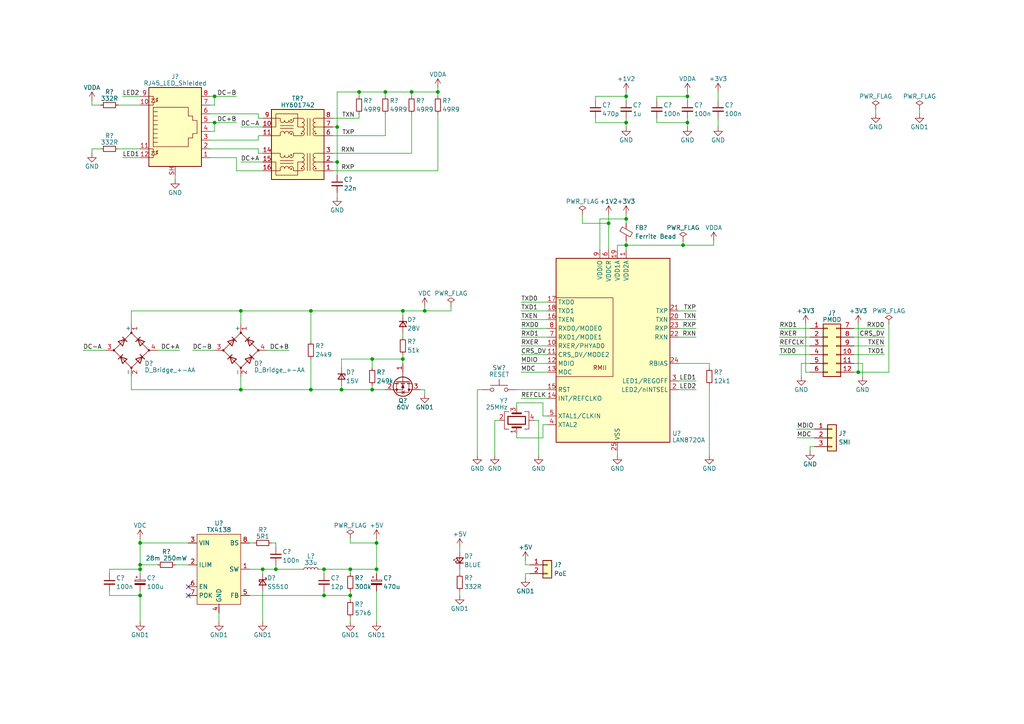
<source format=kicad_sch>
(kicad_sch (version 20211123) (generator eeschema)

  (uuid 899d320b-b9d1-4d02-a791-e25f36895c80)

  (paper "A4")

  

  (junction (at 101.6 172.72) (diameter 0) (color 0 0 0 0)
    (uuid 0c01ccb2-fc4e-4752-8470-11e978cbc851)
  )
  (junction (at 40.64 163.83) (diameter 0) (color 0 0 0 0)
    (uuid 133448d6-c7ea-4e86-b45a-eb8d8b979d88)
  )
  (junction (at 181.61 35.56) (diameter 0) (color 0 0 0 0)
    (uuid 15894ab1-bd4d-4f61-a70d-bf72d5187cba)
  )
  (junction (at 181.61 63.5) (diameter 0) (color 0 0 0 0)
    (uuid 19410180-5644-4d72-b245-709f4a7a2a14)
  )
  (junction (at 119.38 26.67) (diameter 0) (color 0 0 0 0)
    (uuid 1b818b97-e308-4a58-8887-ef58f0a845a5)
  )
  (junction (at 181.61 71.12) (diameter 0) (color 0 0 0 0)
    (uuid 1c20785e-fb04-4dd3-9929-0c4bb762d951)
  )
  (junction (at 101.6 165.1) (diameter 0) (color 0 0 0 0)
    (uuid 217828e5-b538-41e4-9eb1-2d77546b779f)
  )
  (junction (at 90.17 113.03) (diameter 0) (color 0 0 0 0)
    (uuid 31fdd378-8fc1-4e5d-94c1-4c2429fff249)
  )
  (junction (at 62.23 35.56) (diameter 0) (color 0 0 0 0)
    (uuid 382f61a6-0cea-4ce3-a28e-0d6f41877b7d)
  )
  (junction (at 40.64 172.72) (diameter 0) (color 0 0 0 0)
    (uuid 38f32567-1fbd-4049-b690-1d4d88c8aac1)
  )
  (junction (at 69.85 90.17) (diameter 0) (color 0 0 0 0)
    (uuid 3b3b3b07-fdbe-4531-bba5-398f6b510699)
  )
  (junction (at 99.06 113.03) (diameter 0) (color 0 0 0 0)
    (uuid 3f8fbac5-7242-486f-a203-65541bed7d9d)
  )
  (junction (at 107.95 113.03) (diameter 0) (color 0 0 0 0)
    (uuid 58323567-fd84-41ae-81bf-72430a5a4b55)
  )
  (junction (at 199.39 27.94) (diameter 0) (color 0 0 0 0)
    (uuid 59427b98-753f-4ae5-b77c-87bd0367c9dd)
  )
  (junction (at 127 26.67) (diameter 0) (color 0 0 0 0)
    (uuid 59ff3b6e-b6cc-4d83-92d2-1c2cf7cd8b0a)
  )
  (junction (at 97.79 36.83) (diameter 0) (color 0 0 0 0)
    (uuid 60874b2c-abd3-4271-b80a-1abb34788742)
  )
  (junction (at 176.53 64.77) (diameter 0) (color 0 0 0 0)
    (uuid 6e8191cc-e243-4ab8-9ae2-f95637d40f35)
  )
  (junction (at 111.76 26.67) (diameter 0) (color 0 0 0 0)
    (uuid 727da737-c554-4f7e-bde2-b01ece6c052c)
  )
  (junction (at 198.12 71.12) (diameter 0) (color 0 0 0 0)
    (uuid 81940007-9579-40b3-beb6-23c029511b73)
  )
  (junction (at 199.39 35.56) (diameter 0) (color 0 0 0 0)
    (uuid 860c73b4-6a94-4e66-acbc-b6900b4d1d95)
  )
  (junction (at 107.95 104.14) (diameter 0) (color 0 0 0 0)
    (uuid 8872c9ab-4021-4bfd-82c4-ec2af1be244d)
  )
  (junction (at 93.98 165.1) (diameter 0) (color 0 0 0 0)
    (uuid 8947eae7-36c8-4f7a-ac20-a4b8a071b487)
  )
  (junction (at 69.85 113.03) (diameter 0) (color 0 0 0 0)
    (uuid 8b18c1ec-eba5-44b9-a0c4-38b8a3b19480)
  )
  (junction (at 80.01 165.1) (diameter 0) (color 0 0 0 0)
    (uuid a8ef8763-e9a9-4dd8-8d2e-96973f3caca6)
  )
  (junction (at 109.22 157.48) (diameter 0) (color 0 0 0 0)
    (uuid b0e60ca9-3ecd-4204-b460-bc1d8277ace0)
  )
  (junction (at 123.19 90.17) (diameter 0) (color 0 0 0 0)
    (uuid bb8e4bc2-869e-43d5-9045-db5cd36888ba)
  )
  (junction (at 62.23 27.94) (diameter 0) (color 0 0 0 0)
    (uuid bd83f67d-58bc-4e83-8c8b-b81d3765a5ec)
  )
  (junction (at 93.98 172.72) (diameter 0) (color 0 0 0 0)
    (uuid beac2481-2ff0-40da-b497-237f108faeea)
  )
  (junction (at 104.14 26.67) (diameter 0) (color 0 0 0 0)
    (uuid cdaf9bd9-8074-4d73-81e7-38c8ec0604c1)
  )
  (junction (at 116.84 90.17) (diameter 0) (color 0 0 0 0)
    (uuid cdffe44e-d08b-4e5d-bf62-ab9cd69cfe02)
  )
  (junction (at 109.22 165.1) (diameter 0) (color 0 0 0 0)
    (uuid d545be2d-9010-417c-9de2-3683e3257a95)
  )
  (junction (at 248.92 107.95) (diameter 0) (color 0 0 0 0)
    (uuid da006413-aeba-467a-828c-9bf01f408bc3)
  )
  (junction (at 181.61 27.94) (diameter 0) (color 0 0 0 0)
    (uuid dc05f25d-ddca-4b4f-b8eb-8377228dad54)
  )
  (junction (at 40.64 165.1) (diameter 0) (color 0 0 0 0)
    (uuid e42967d3-b045-42ac-8785-7417bc8c87e0)
  )
  (junction (at 90.17 90.17) (diameter 0) (color 0 0 0 0)
    (uuid e8524ec3-df16-46f3-ba1c-0fb25e3fb427)
  )
  (junction (at 40.64 157.48) (diameter 0) (color 0 0 0 0)
    (uuid ef32e201-8935-4270-a2a3-980e6676b023)
  )
  (junction (at 76.2 165.1) (diameter 0) (color 0 0 0 0)
    (uuid f09a9eb4-e930-4a1a-b80b-1c473567ef5c)
  )
  (junction (at 97.79 46.99) (diameter 0) (color 0 0 0 0)
    (uuid f2504780-b755-47f6-ae27-ada30d54441a)
  )
  (junction (at 116.84 104.14) (diameter 0) (color 0 0 0 0)
    (uuid fcd80a05-428d-432b-bb79-0373e8d03764)
  )

  (no_connect (at 54.61 172.72) (uuid 7bb274a4-6be2-4e7e-be3c-b481a1d61326))
  (no_connect (at 54.61 170.18) (uuid 7bb274a4-6be2-4e7e-be3c-b481a1d61326))

  (wire (pts (xy 60.96 45.72) (xy 68.58 45.72))
    (stroke (width 0) (type default) (color 0 0 0 0))
    (uuid 01ab6ba5-1473-4dc8-b38e-fad2e037a662)
  )
  (wire (pts (xy 127 26.67) (xy 127 27.94))
    (stroke (width 0) (type default) (color 0 0 0 0))
    (uuid 02cae3ef-920d-4169-a693-c765eef1e6ff)
  )
  (wire (pts (xy 236.22 129.54) (xy 234.95 129.54))
    (stroke (width 0) (type default) (color 0 0 0 0))
    (uuid 02cf2e7b-9ec9-4695-ae36-4a51936c6cfe)
  )
  (wire (pts (xy 40.64 171.45) (xy 40.64 172.72))
    (stroke (width 0) (type default) (color 0 0 0 0))
    (uuid 0422de0f-2bb4-4184-8893-b116265d3809)
  )
  (wire (pts (xy 68.58 45.72) (xy 68.58 49.53))
    (stroke (width 0) (type default) (color 0 0 0 0))
    (uuid 057143b4-1c08-4f7b-8943-0d394b452d52)
  )
  (wire (pts (xy 74.93 44.45) (xy 76.2 44.45))
    (stroke (width 0) (type default) (color 0 0 0 0))
    (uuid 05b11872-1724-4d6d-a5c7-6ccb58bd181f)
  )
  (wire (pts (xy 24.13 101.6) (xy 30.48 101.6))
    (stroke (width 0) (type default) (color 0 0 0 0))
    (uuid 0681afff-2588-4806-b08e-36d9290ccb04)
  )
  (wire (pts (xy 101.6 172.72) (xy 101.6 173.99))
    (stroke (width 0) (type default) (color 0 0 0 0))
    (uuid 06c13c32-a27f-451f-b402-b59b54fcc1ab)
  )
  (wire (pts (xy 45.72 101.6) (xy 52.07 101.6))
    (stroke (width 0) (type default) (color 0 0 0 0))
    (uuid 0816fed0-a50f-450a-b823-0eb8c2f46e79)
  )
  (wire (pts (xy 143.51 121.92) (xy 143.51 132.08))
    (stroke (width 0) (type default) (color 0 0 0 0))
    (uuid 0a6dc3b3-db43-4dad-8812-ca9e0da05157)
  )
  (wire (pts (xy 119.38 26.67) (xy 127 26.67))
    (stroke (width 0) (type default) (color 0 0 0 0))
    (uuid 0b1c64c5-cf2f-4770-b28b-8cff392f5d21)
  )
  (wire (pts (xy 116.84 96.52) (xy 116.84 97.79))
    (stroke (width 0) (type default) (color 0 0 0 0))
    (uuid 0bfc1201-6df4-474f-84dd-8896b65351d3)
  )
  (wire (pts (xy 133.35 165.1) (xy 133.35 166.37))
    (stroke (width 0) (type default) (color 0 0 0 0))
    (uuid 0d77c0e1-b93c-4782-90c8-f4effa29bbe8)
  )
  (wire (pts (xy 63.5 177.8) (xy 63.5 180.34))
    (stroke (width 0) (type default) (color 0 0 0 0))
    (uuid 0e6dc00b-7780-4404-ae1c-315fd46a5852)
  )
  (wire (pts (xy 26.67 43.18) (xy 29.21 43.18))
    (stroke (width 0) (type default) (color 0 0 0 0))
    (uuid 0f496031-2ff0-49c7-8dd9-cd2f6e57a378)
  )
  (wire (pts (xy 96.52 39.37) (xy 111.76 39.37))
    (stroke (width 0) (type default) (color 0 0 0 0))
    (uuid 10189dcf-d05e-4b70-93c3-1ae0d910f2ed)
  )
  (wire (pts (xy 31.75 166.37) (xy 31.75 165.1))
    (stroke (width 0) (type default) (color 0 0 0 0))
    (uuid 10712a08-77c8-4df7-995b-90e71af6b177)
  )
  (wire (pts (xy 104.14 27.94) (xy 104.14 26.67))
    (stroke (width 0) (type default) (color 0 0 0 0))
    (uuid 1164db46-2f8d-4055-8e0d-f3e8b5270fc4)
  )
  (wire (pts (xy 149.86 113.03) (xy 158.75 113.03))
    (stroke (width 0) (type default) (color 0 0 0 0))
    (uuid 136affd8-a4fc-4698-b84a-3c562da5ae2f)
  )
  (wire (pts (xy 97.79 26.67) (xy 97.79 36.83))
    (stroke (width 0) (type default) (color 0 0 0 0))
    (uuid 168f5ae0-e7b6-44b4-a085-d2891d184c72)
  )
  (wire (pts (xy 233.68 107.95) (xy 234.95 107.95))
    (stroke (width 0) (type default) (color 0 0 0 0))
    (uuid 16b81d1d-3ff8-4479-9ef4-8d25d7c73d6e)
  )
  (wire (pts (xy 190.5 27.94) (xy 199.39 27.94))
    (stroke (width 0) (type default) (color 0 0 0 0))
    (uuid 1a1f12fa-dab7-422e-8750-28a76d20d60b)
  )
  (wire (pts (xy 90.17 113.03) (xy 99.06 113.03))
    (stroke (width 0) (type default) (color 0 0 0 0))
    (uuid 1b683a0f-453e-41f3-a208-39dbdc81b62f)
  )
  (wire (pts (xy 130.81 88.9) (xy 130.81 90.17))
    (stroke (width 0) (type default) (color 0 0 0 0))
    (uuid 1c289712-ba8e-44bf-a517-d059bd770989)
  )
  (wire (pts (xy 179.07 72.39) (xy 179.07 71.12))
    (stroke (width 0) (type default) (color 0 0 0 0))
    (uuid 1d272ae1-868b-4f38-b42c-efa0964726d0)
  )
  (wire (pts (xy 199.39 34.29) (xy 199.39 35.56))
    (stroke (width 0) (type default) (color 0 0 0 0))
    (uuid 1d7180ba-e42d-462e-8b4a-8394f0521c37)
  )
  (wire (pts (xy 151.13 90.17) (xy 158.75 90.17))
    (stroke (width 0) (type default) (color 0 0 0 0))
    (uuid 1e627a5f-e264-4146-ac3a-36be1023e7ef)
  )
  (wire (pts (xy 101.6 165.1) (xy 101.6 166.37))
    (stroke (width 0) (type default) (color 0 0 0 0))
    (uuid 1f0b9ac0-2411-43cf-ab94-035a58379518)
  )
  (wire (pts (xy 173.99 63.5) (xy 181.61 63.5))
    (stroke (width 0) (type default) (color 0 0 0 0))
    (uuid 206b9ccc-a90b-4753-8e99-af8db5fc469b)
  )
  (wire (pts (xy 247.65 100.33) (xy 256.54 100.33))
    (stroke (width 0) (type default) (color 0 0 0 0))
    (uuid 22158654-5324-4540-9d57-bb3f58e50410)
  )
  (wire (pts (xy 38.1 109.22) (xy 38.1 113.03))
    (stroke (width 0) (type default) (color 0 0 0 0))
    (uuid 22c9dd39-cfcd-49e7-983f-9bcf703099bb)
  )
  (wire (pts (xy 76.2 165.1) (xy 80.01 165.1))
    (stroke (width 0) (type default) (color 0 0 0 0))
    (uuid 22efcb67-9ea4-432c-8c4e-95cc61b1c302)
  )
  (wire (pts (xy 248.92 107.95) (xy 247.65 107.95))
    (stroke (width 0) (type default) (color 0 0 0 0))
    (uuid 24d4d041-09f7-4e5f-804d-f8929ed4cbe0)
  )
  (wire (pts (xy 60.96 38.1) (xy 62.23 38.1))
    (stroke (width 0) (type default) (color 0 0 0 0))
    (uuid 273fade3-418e-43b8-be0f-da8fc389b15c)
  )
  (wire (pts (xy 154.94 121.92) (xy 156.21 121.92))
    (stroke (width 0) (type default) (color 0 0 0 0))
    (uuid 29ee52f4-00d2-4fd9-a8af-40f15258b38d)
  )
  (wire (pts (xy 151.13 107.95) (xy 158.75 107.95))
    (stroke (width 0) (type default) (color 0 0 0 0))
    (uuid 2b84a3ab-6449-438c-b016-fbe892a179ff)
  )
  (wire (pts (xy 208.28 26.67) (xy 208.28 29.21))
    (stroke (width 0) (type default) (color 0 0 0 0))
    (uuid 2b9e9baf-afa5-488e-953d-3ac0255f62ec)
  )
  (wire (pts (xy 190.5 35.56) (xy 199.39 35.56))
    (stroke (width 0) (type default) (color 0 0 0 0))
    (uuid 2ccfcf0b-4497-4548-80e7-65c3328a374e)
  )
  (wire (pts (xy 76.2 165.1) (xy 76.2 166.37))
    (stroke (width 0) (type default) (color 0 0 0 0))
    (uuid 2cd190db-856f-4d7e-840a-a2ad0075fade)
  )
  (wire (pts (xy 152.4 167.64) (xy 152.4 166.37))
    (stroke (width 0) (type default) (color 0 0 0 0))
    (uuid 2dbe963a-ec29-4d81-bc13-80756b83df52)
  )
  (wire (pts (xy 69.85 113.03) (xy 90.17 113.03))
    (stroke (width 0) (type default) (color 0 0 0 0))
    (uuid 2eddaf47-67d6-41a2-a305-6899972e14e8)
  )
  (wire (pts (xy 38.1 113.03) (xy 69.85 113.03))
    (stroke (width 0) (type default) (color 0 0 0 0))
    (uuid 31ce759c-3900-4151-8ed8-b3018b5e05fb)
  )
  (wire (pts (xy 101.6 156.21) (xy 101.6 157.48))
    (stroke (width 0) (type default) (color 0 0 0 0))
    (uuid 32195fdc-3659-454c-ba14-61185d21a8dc)
  )
  (wire (pts (xy 104.14 34.29) (xy 104.14 33.02))
    (stroke (width 0) (type default) (color 0 0 0 0))
    (uuid 32c71118-7c96-4fba-bd2b-5a93e2043314)
  )
  (wire (pts (xy 196.85 92.71) (xy 201.93 92.71))
    (stroke (width 0) (type default) (color 0 0 0 0))
    (uuid 32c71af0-784a-42e3-817e-4f9fb371f4b5)
  )
  (wire (pts (xy 205.74 105.41) (xy 205.74 106.68))
    (stroke (width 0) (type default) (color 0 0 0 0))
    (uuid 332f5a6c-b81b-48cd-b634-58908c9905e0)
  )
  (wire (pts (xy 176.53 64.77) (xy 176.53 72.39))
    (stroke (width 0) (type default) (color 0 0 0 0))
    (uuid 35589388-dfa8-4895-a448-2bf968e65b78)
  )
  (wire (pts (xy 40.64 163.83) (xy 45.72 163.83))
    (stroke (width 0) (type default) (color 0 0 0 0))
    (uuid 358c55b2-2bf5-496e-b337-6d1f31bcfe12)
  )
  (wire (pts (xy 149.86 125.73) (xy 149.86 127))
    (stroke (width 0) (type default) (color 0 0 0 0))
    (uuid 35effd3d-a409-4610-9020-69db229b7f99)
  )
  (wire (pts (xy 248.92 93.98) (xy 248.92 107.95))
    (stroke (width 0) (type default) (color 0 0 0 0))
    (uuid 3859ac57-9fe0-4852-9248-bd36024bbbb8)
  )
  (wire (pts (xy 35.56 27.94) (xy 40.64 27.94))
    (stroke (width 0) (type default) (color 0 0 0 0))
    (uuid 38f51f2d-b146-44c9-a702-0b74931051d1)
  )
  (wire (pts (xy 226.06 102.87) (xy 234.95 102.87))
    (stroke (width 0) (type default) (color 0 0 0 0))
    (uuid 39a9b8b9-764c-4af0-bcaa-380f94b129d5)
  )
  (wire (pts (xy 55.88 101.6) (xy 62.23 101.6))
    (stroke (width 0) (type default) (color 0 0 0 0))
    (uuid 3da890cc-9292-41fe-9081-e8cf6d3aebb8)
  )
  (wire (pts (xy 198.12 71.12) (xy 181.61 71.12))
    (stroke (width 0) (type default) (color 0 0 0 0))
    (uuid 3deb49cc-f214-43f5-acf4-523d01597e01)
  )
  (wire (pts (xy 107.95 111.76) (xy 107.95 113.03))
    (stroke (width 0) (type default) (color 0 0 0 0))
    (uuid 3e0c254c-eb0c-4d3d-a3a7-06ca67b30234)
  )
  (wire (pts (xy 190.5 29.21) (xy 190.5 27.94))
    (stroke (width 0) (type default) (color 0 0 0 0))
    (uuid 3f1e1c20-8e3f-4178-b8d4-7fb769ebe280)
  )
  (wire (pts (xy 72.39 172.72) (xy 93.98 172.72))
    (stroke (width 0) (type default) (color 0 0 0 0))
    (uuid 4112e398-d70d-42a5-8206-37082a416b4b)
  )
  (wire (pts (xy 196.85 97.79) (xy 201.93 97.79))
    (stroke (width 0) (type default) (color 0 0 0 0))
    (uuid 4172b177-64f0-4bc3-bdfe-15c25261f8f3)
  )
  (wire (pts (xy 233.68 93.98) (xy 233.68 107.95))
    (stroke (width 0) (type default) (color 0 0 0 0))
    (uuid 43ffd6ea-a3cb-448b-98a5-d18e026119d7)
  )
  (wire (pts (xy 181.61 34.29) (xy 181.61 35.56))
    (stroke (width 0) (type default) (color 0 0 0 0))
    (uuid 4444a521-ac0e-4b22-af15-acd7fa8bc620)
  )
  (wire (pts (xy 104.14 26.67) (xy 97.79 26.67))
    (stroke (width 0) (type default) (color 0 0 0 0))
    (uuid 4488a476-d062-4205-94ba-e8cc3ad0fa82)
  )
  (wire (pts (xy 179.07 130.81) (xy 179.07 132.08))
    (stroke (width 0) (type default) (color 0 0 0 0))
    (uuid 46050d7b-78ea-4424-9e71-87e437da3acb)
  )
  (wire (pts (xy 196.85 90.17) (xy 201.93 90.17))
    (stroke (width 0) (type default) (color 0 0 0 0))
    (uuid 46713112-58dc-4b5d-b49d-812755b5097d)
  )
  (wire (pts (xy 38.1 90.17) (xy 38.1 93.98))
    (stroke (width 0) (type default) (color 0 0 0 0))
    (uuid 47870c19-cd80-4a86-a345-679b0af37307)
  )
  (wire (pts (xy 133.35 158.75) (xy 133.35 160.02))
    (stroke (width 0) (type default) (color 0 0 0 0))
    (uuid 47fe13ad-9327-4a2e-912e-c57923d3617b)
  )
  (wire (pts (xy 156.21 121.92) (xy 156.21 132.08))
    (stroke (width 0) (type default) (color 0 0 0 0))
    (uuid 4839c349-d3f4-4468-8f74-b0acde8925be)
  )
  (wire (pts (xy 96.52 36.83) (xy 97.79 36.83))
    (stroke (width 0) (type default) (color 0 0 0 0))
    (uuid 49443947-6819-478c-ad40-3c46cf4ed8da)
  )
  (wire (pts (xy 26.67 29.21) (xy 26.67 30.48))
    (stroke (width 0) (type default) (color 0 0 0 0))
    (uuid 4970a58b-27d4-4cd5-93dd-b4e1285cf509)
  )
  (wire (pts (xy 158.75 123.19) (xy 157.48 123.19))
    (stroke (width 0) (type default) (color 0 0 0 0))
    (uuid 49d156ae-1230-4d87-a4d0-e460c01b2221)
  )
  (wire (pts (xy 123.19 88.9) (xy 123.19 90.17))
    (stroke (width 0) (type default) (color 0 0 0 0))
    (uuid 4a41f913-5024-4fd1-b56c-4b02cec9ed86)
  )
  (wire (pts (xy 40.64 157.48) (xy 54.61 157.48))
    (stroke (width 0) (type default) (color 0 0 0 0))
    (uuid 4d5d2f66-2c87-49c9-984b-567cbf582ead)
  )
  (wire (pts (xy 127 25.4) (xy 127 26.67))
    (stroke (width 0) (type default) (color 0 0 0 0))
    (uuid 4db9f575-b56f-4e6c-b602-97fafc4760c5)
  )
  (wire (pts (xy 157.48 120.65) (xy 157.48 116.84))
    (stroke (width 0) (type default) (color 0 0 0 0))
    (uuid 4f6ccc58-67a8-42e0-a5c9-310f1e725edc)
  )
  (wire (pts (xy 90.17 113.03) (xy 90.17 104.14))
    (stroke (width 0) (type default) (color 0 0 0 0))
    (uuid 4fa04e6a-3614-4887-9848-1521a47318b0)
  )
  (wire (pts (xy 97.79 46.99) (xy 97.79 50.8))
    (stroke (width 0) (type default) (color 0 0 0 0))
    (uuid 50b9d51c-f87d-424c-a326-af269137982e)
  )
  (wire (pts (xy 69.85 36.83) (xy 76.2 36.83))
    (stroke (width 0) (type default) (color 0 0 0 0))
    (uuid 50ddc7c4-fb41-414d-acee-60d7fb4ee597)
  )
  (wire (pts (xy 172.72 35.56) (xy 181.61 35.56))
    (stroke (width 0) (type default) (color 0 0 0 0))
    (uuid 52420868-7bcc-4e8c-8fec-e4e270833b31)
  )
  (wire (pts (xy 181.61 71.12) (xy 181.61 72.39))
    (stroke (width 0) (type default) (color 0 0 0 0))
    (uuid 53f41b5a-fb6d-4313-9572-ac0337715b25)
  )
  (wire (pts (xy 74.93 34.29) (xy 76.2 34.29))
    (stroke (width 0) (type default) (color 0 0 0 0))
    (uuid 54c2ad30-4921-493c-80d8-99b2c76abba6)
  )
  (wire (pts (xy 266.7 31.75) (xy 266.7 33.02))
    (stroke (width 0) (type default) (color 0 0 0 0))
    (uuid 5604f0bc-df9b-427d-abd2-761c261a4377)
  )
  (wire (pts (xy 176.53 62.23) (xy 176.53 64.77))
    (stroke (width 0) (type default) (color 0 0 0 0))
    (uuid 56b58c4b-ed8b-4ded-aefd-f24ea5ed0a86)
  )
  (wire (pts (xy 116.84 104.14) (xy 116.84 102.87))
    (stroke (width 0) (type default) (color 0 0 0 0))
    (uuid 5817b3e4-1f7f-4370-b7b2-a315c7b28efd)
  )
  (wire (pts (xy 133.35 171.45) (xy 133.35 172.72))
    (stroke (width 0) (type default) (color 0 0 0 0))
    (uuid 586cec7e-ced7-42e8-b9b1-0d72c6f00c7e)
  )
  (wire (pts (xy 60.96 35.56) (xy 62.23 35.56))
    (stroke (width 0) (type default) (color 0 0 0 0))
    (uuid 58855dbc-160d-473a-87e2-b1bd61127efc)
  )
  (wire (pts (xy 151.13 100.33) (xy 158.75 100.33))
    (stroke (width 0) (type default) (color 0 0 0 0))
    (uuid 59f24b45-2827-4e14-8e2c-a79fa16a8875)
  )
  (wire (pts (xy 123.19 90.17) (xy 116.84 90.17))
    (stroke (width 0) (type default) (color 0 0 0 0))
    (uuid 5b64e516-94ec-4659-8ad7-348568eada22)
  )
  (wire (pts (xy 257.81 107.95) (xy 248.92 107.95))
    (stroke (width 0) (type default) (color 0 0 0 0))
    (uuid 5b7a5cdd-0c42-4a63-a66c-fca56a054a68)
  )
  (wire (pts (xy 116.84 104.14) (xy 116.84 105.41))
    (stroke (width 0) (type default) (color 0 0 0 0))
    (uuid 5bed8d16-24ff-43eb-b69e-f37f705f021d)
  )
  (wire (pts (xy 68.58 49.53) (xy 76.2 49.53))
    (stroke (width 0) (type default) (color 0 0 0 0))
    (uuid 5c6764de-d891-400e-b17d-ce4d68a62572)
  )
  (wire (pts (xy 158.75 120.65) (xy 157.48 120.65))
    (stroke (width 0) (type default) (color 0 0 0 0))
    (uuid 5ce89f37-48dd-495f-857e-97b778aff7f0)
  )
  (wire (pts (xy 104.14 26.67) (xy 111.76 26.67))
    (stroke (width 0) (type default) (color 0 0 0 0))
    (uuid 5f6ee1d4-676c-4e0e-8efe-2ebb0653117d)
  )
  (wire (pts (xy 123.19 90.17) (xy 130.81 90.17))
    (stroke (width 0) (type default) (color 0 0 0 0))
    (uuid 6027e141-d68d-41d7-844d-c7edde9d1b5c)
  )
  (wire (pts (xy 93.98 172.72) (xy 101.6 172.72))
    (stroke (width 0) (type default) (color 0 0 0 0))
    (uuid 60c67174-4eb8-43b4-9839-08c3f184cd9d)
  )
  (wire (pts (xy 31.75 171.45) (xy 31.75 172.72))
    (stroke (width 0) (type default) (color 0 0 0 0))
    (uuid 6101c821-56c8-4d98-a5b8-3e2d233fb9ee)
  )
  (wire (pts (xy 226.06 95.25) (xy 234.95 95.25))
    (stroke (width 0) (type default) (color 0 0 0 0))
    (uuid 628ba343-45d8-4114-b789-1fedb3a7f7b8)
  )
  (wire (pts (xy 151.13 105.41) (xy 158.75 105.41))
    (stroke (width 0) (type default) (color 0 0 0 0))
    (uuid 639e134b-061f-4088-a86b-159ba979c9a4)
  )
  (wire (pts (xy 99.06 104.14) (xy 107.95 104.14))
    (stroke (width 0) (type default) (color 0 0 0 0))
    (uuid 63c494bd-1e9d-47d4-8661-757d8fce81af)
  )
  (wire (pts (xy 111.76 39.37) (xy 111.76 33.02))
    (stroke (width 0) (type default) (color 0 0 0 0))
    (uuid 662836da-a72e-4cb2-ad3e-bed46b4cd5ad)
  )
  (wire (pts (xy 168.91 62.23) (xy 168.91 64.77))
    (stroke (width 0) (type default) (color 0 0 0 0))
    (uuid 66ec1dc1-1b33-4770-9260-44669b3cce42)
  )
  (wire (pts (xy 196.85 113.03) (xy 201.93 113.03))
    (stroke (width 0) (type default) (color 0 0 0 0))
    (uuid 674a288b-afaa-435d-a47b-e46940f4de48)
  )
  (wire (pts (xy 35.56 45.72) (xy 40.64 45.72))
    (stroke (width 0) (type default) (color 0 0 0 0))
    (uuid 6b11212c-fe12-445e-b5ad-5b18bc8370f7)
  )
  (wire (pts (xy 247.65 95.25) (xy 256.54 95.25))
    (stroke (width 0) (type default) (color 0 0 0 0))
    (uuid 6be792a2-a980-45d0-b668-8c22d3f5b36b)
  )
  (wire (pts (xy 101.6 171.45) (xy 101.6 172.72))
    (stroke (width 0) (type default) (color 0 0 0 0))
    (uuid 6ea85d43-ec0a-41e6-9e11-6ab6f1eb11f9)
  )
  (wire (pts (xy 205.74 111.76) (xy 205.74 132.08))
    (stroke (width 0) (type default) (color 0 0 0 0))
    (uuid 6ee44176-b671-474a-b902-cb79f00b63b2)
  )
  (wire (pts (xy 109.22 157.48) (xy 109.22 165.1))
    (stroke (width 0) (type default) (color 0 0 0 0))
    (uuid 70658158-13fe-4219-a6ca-4ee68fe06219)
  )
  (wire (pts (xy 26.67 44.45) (xy 26.67 43.18))
    (stroke (width 0) (type default) (color 0 0 0 0))
    (uuid 71c8c057-5172-40da-a498-ef22b4f7f110)
  )
  (wire (pts (xy 116.84 90.17) (xy 116.84 91.44))
    (stroke (width 0) (type default) (color 0 0 0 0))
    (uuid 72992a46-cd40-4ead-8b1c-d67415fff3b1)
  )
  (wire (pts (xy 152.4 166.37) (xy 153.67 166.37))
    (stroke (width 0) (type default) (color 0 0 0 0))
    (uuid 7332e484-b28a-4f6a-85b1-ed0a5916bb41)
  )
  (wire (pts (xy 69.85 90.17) (xy 90.17 90.17))
    (stroke (width 0) (type default) (color 0 0 0 0))
    (uuid 776421db-7df1-40c7-9ca8-a0e2f1ca0a27)
  )
  (wire (pts (xy 62.23 38.1) (xy 62.23 35.56))
    (stroke (width 0) (type default) (color 0 0 0 0))
    (uuid 79ea482a-2804-479c-b2c3-1ffc3d14f26b)
  )
  (wire (pts (xy 198.12 69.85) (xy 198.12 71.12))
    (stroke (width 0) (type default) (color 0 0 0 0))
    (uuid 7d0c321d-7728-4f1f-b20a-05fef6f69425)
  )
  (wire (pts (xy 96.52 46.99) (xy 97.79 46.99))
    (stroke (width 0) (type default) (color 0 0 0 0))
    (uuid 7f471254-0418-428d-ad54-95bb95d8e935)
  )
  (wire (pts (xy 149.86 116.84) (xy 149.86 118.11))
    (stroke (width 0) (type default) (color 0 0 0 0))
    (uuid 80a4c1fc-078c-4156-bcac-defe8b2d4b2c)
  )
  (wire (pts (xy 80.01 163.83) (xy 80.01 165.1))
    (stroke (width 0) (type default) (color 0 0 0 0))
    (uuid 817a8c69-7e80-4851-823e-ed726b848dc0)
  )
  (wire (pts (xy 60.96 30.48) (xy 62.23 30.48))
    (stroke (width 0) (type default) (color 0 0 0 0))
    (uuid 82b7a357-e2fc-4392-b04c-e8ba2fa90dc5)
  )
  (wire (pts (xy 101.6 179.07) (xy 101.6 180.34))
    (stroke (width 0) (type default) (color 0 0 0 0))
    (uuid 83c5ec07-d7c7-4150-97ef-a08b3008cd9a)
  )
  (wire (pts (xy 69.85 109.22) (xy 69.85 113.03))
    (stroke (width 0) (type default) (color 0 0 0 0))
    (uuid 84983548-1de8-4b83-afc3-1a4a1a5d932b)
  )
  (wire (pts (xy 93.98 165.1) (xy 101.6 165.1))
    (stroke (width 0) (type default) (color 0 0 0 0))
    (uuid 857899e0-eb45-4379-ad16-f2a7b0e10b39)
  )
  (wire (pts (xy 196.85 95.25) (xy 201.93 95.25))
    (stroke (width 0) (type default) (color 0 0 0 0))
    (uuid 869b9ee4-7658-44ad-be98-c0fd14691621)
  )
  (wire (pts (xy 50.8 50.8) (xy 50.8 52.07))
    (stroke (width 0) (type default) (color 0 0 0 0))
    (uuid 8799b2db-f2f6-4edb-8854-b8b3adc369b1)
  )
  (wire (pts (xy 26.67 30.48) (xy 29.21 30.48))
    (stroke (width 0) (type default) (color 0 0 0 0))
    (uuid 8818d864-4828-41c9-b288-b82a1413805e)
  )
  (wire (pts (xy 62.23 30.48) (xy 62.23 27.94))
    (stroke (width 0) (type default) (color 0 0 0 0))
    (uuid 88bed0c3-2fdd-4082-bd7f-7c9c2b754109)
  )
  (wire (pts (xy 60.96 43.18) (xy 74.93 43.18))
    (stroke (width 0) (type default) (color 0 0 0 0))
    (uuid 89aebcc8-99d7-4f6e-854c-a4af3477e1af)
  )
  (wire (pts (xy 196.85 105.41) (xy 205.74 105.41))
    (stroke (width 0) (type default) (color 0 0 0 0))
    (uuid 8c4ed844-7dcd-4203-8e6f-90ae1a1f80ce)
  )
  (wire (pts (xy 172.72 27.94) (xy 181.61 27.94))
    (stroke (width 0) (type default) (color 0 0 0 0))
    (uuid 8d0705ec-32fa-42cd-9ad3-3ca1ae994918)
  )
  (wire (pts (xy 199.39 26.67) (xy 199.39 27.94))
    (stroke (width 0) (type default) (color 0 0 0 0))
    (uuid 8dea701b-dd5e-47be-8812-ecef09e0d9ae)
  )
  (wire (pts (xy 40.64 165.1) (xy 40.64 163.83))
    (stroke (width 0) (type default) (color 0 0 0 0))
    (uuid 8e4a27fe-81be-403c-acef-149a18eb1cd1)
  )
  (wire (pts (xy 232.41 105.41) (xy 232.41 109.22))
    (stroke (width 0) (type default) (color 0 0 0 0))
    (uuid 8f3a3e06-98ff-4ae7-8b16-491b49b70c80)
  )
  (wire (pts (xy 181.61 27.94) (xy 181.61 29.21))
    (stroke (width 0) (type default) (color 0 0 0 0))
    (uuid 9562995c-b680-40b3-bf6a-8150b678dd85)
  )
  (wire (pts (xy 111.76 26.67) (xy 111.76 27.94))
    (stroke (width 0) (type default) (color 0 0 0 0))
    (uuid 95d5f247-0bb1-4a9d-ba0b-e4ad715e26f4)
  )
  (wire (pts (xy 181.61 69.85) (xy 181.61 71.12))
    (stroke (width 0) (type default) (color 0 0 0 0))
    (uuid 9722313a-ad7d-4f9f-8f37-ea57be7e0d8b)
  )
  (wire (pts (xy 50.8 163.83) (xy 54.61 163.83))
    (stroke (width 0) (type default) (color 0 0 0 0))
    (uuid 99b29df8-070f-4122-8808-fdf4690480aa)
  )
  (wire (pts (xy 208.28 34.29) (xy 208.28 36.83))
    (stroke (width 0) (type default) (color 0 0 0 0))
    (uuid 9a7ab643-5e73-42db-b36e-25927acbf942)
  )
  (wire (pts (xy 181.61 63.5) (xy 181.61 64.77))
    (stroke (width 0) (type default) (color 0 0 0 0))
    (uuid 9b5d8cea-89c1-4eea-8231-7068ec144a28)
  )
  (wire (pts (xy 90.17 99.06) (xy 90.17 90.17))
    (stroke (width 0) (type default) (color 0 0 0 0))
    (uuid 9b7d259e-e079-4076-8348-02053d8d650c)
  )
  (wire (pts (xy 109.22 171.45) (xy 109.22 180.34))
    (stroke (width 0) (type default) (color 0 0 0 0))
    (uuid 9d68d3e2-bd80-48df-872b-cacbe0468775)
  )
  (wire (pts (xy 107.95 104.14) (xy 116.84 104.14))
    (stroke (width 0) (type default) (color 0 0 0 0))
    (uuid 9ec41179-571d-4334-8a87-e13ed0903b29)
  )
  (wire (pts (xy 151.13 115.57) (xy 158.75 115.57))
    (stroke (width 0) (type default) (color 0 0 0 0))
    (uuid 9f317b9d-af33-4b83-99c0-45b097664740)
  )
  (wire (pts (xy 80.01 157.48) (xy 80.01 158.75))
    (stroke (width 0) (type default) (color 0 0 0 0))
    (uuid 9fbcacf4-33b9-47a7-880c-f913af13d213)
  )
  (wire (pts (xy 80.01 165.1) (xy 87.63 165.1))
    (stroke (width 0) (type default) (color 0 0 0 0))
    (uuid a082856d-e927-4028-9e81-04ad63c4dea3)
  )
  (wire (pts (xy 234.95 105.41) (xy 232.41 105.41))
    (stroke (width 0) (type default) (color 0 0 0 0))
    (uuid a1ec949f-b55c-4ec0-919e-37c3eb0ace85)
  )
  (wire (pts (xy 250.19 105.41) (xy 250.19 109.22))
    (stroke (width 0) (type default) (color 0 0 0 0))
    (uuid a37ab19a-cdda-40f1-b72e-69e6e3228568)
  )
  (wire (pts (xy 181.61 62.23) (xy 181.61 63.5))
    (stroke (width 0) (type default) (color 0 0 0 0))
    (uuid a46ad0a2-f472-42ab-8653-150d4f366e56)
  )
  (wire (pts (xy 31.75 172.72) (xy 40.64 172.72))
    (stroke (width 0) (type default) (color 0 0 0 0))
    (uuid a51fd5d9-30a1-4e51-ae63-6abab8f385b0)
  )
  (wire (pts (xy 144.78 121.92) (xy 143.51 121.92))
    (stroke (width 0) (type default) (color 0 0 0 0))
    (uuid a56399dc-1386-4870-9ea4-08b90a204580)
  )
  (wire (pts (xy 168.91 64.77) (xy 176.53 64.77))
    (stroke (width 0) (type default) (color 0 0 0 0))
    (uuid a56b3e28-4ee7-4c63-8ad3-581592cfbfcc)
  )
  (wire (pts (xy 109.22 156.21) (xy 109.22 157.48))
    (stroke (width 0) (type default) (color 0 0 0 0))
    (uuid a5782bd0-a10f-452a-9e71-504428e47b9d)
  )
  (wire (pts (xy 74.93 43.18) (xy 74.93 44.45))
    (stroke (width 0) (type default) (color 0 0 0 0))
    (uuid a618e7f9-e708-4d89-8b29-cbd0c5ed11c2)
  )
  (wire (pts (xy 60.96 33.02) (xy 74.93 33.02))
    (stroke (width 0) (type default) (color 0 0 0 0))
    (uuid a63917a6-42b5-4ccc-9b6a-df55fd702509)
  )
  (wire (pts (xy 92.71 165.1) (xy 93.98 165.1))
    (stroke (width 0) (type default) (color 0 0 0 0))
    (uuid a77d72f3-9615-4e24-8482-5b96ad39b916)
  )
  (wire (pts (xy 74.93 33.02) (xy 74.93 34.29))
    (stroke (width 0) (type default) (color 0 0 0 0))
    (uuid a8d625ec-13cd-4e71-9bff-41a6e8d11a93)
  )
  (wire (pts (xy 97.79 55.88) (xy 97.79 57.15))
    (stroke (width 0) (type default) (color 0 0 0 0))
    (uuid aa61c91c-abb5-4af4-abcb-193247d912d6)
  )
  (wire (pts (xy 111.76 26.67) (xy 119.38 26.67))
    (stroke (width 0) (type default) (color 0 0 0 0))
    (uuid aa851d7e-9245-4e72-a2f2-2e98100adebe)
  )
  (wire (pts (xy 60.96 40.64) (xy 74.93 40.64))
    (stroke (width 0) (type default) (color 0 0 0 0))
    (uuid ab8d8228-0481-479a-abe7-2d215521d460)
  )
  (wire (pts (xy 96.52 44.45) (xy 119.38 44.45))
    (stroke (width 0) (type default) (color 0 0 0 0))
    (uuid ac1064e9-df41-45b1-87b2-d8c99e27d4a8)
  )
  (wire (pts (xy 139.7 113.03) (xy 138.43 113.03))
    (stroke (width 0) (type default) (color 0 0 0 0))
    (uuid ac446e7b-6c40-4b80-a511-74314b49d75a)
  )
  (wire (pts (xy 72.39 165.1) (xy 76.2 165.1))
    (stroke (width 0) (type default) (color 0 0 0 0))
    (uuid ad96d36c-8246-426e-bae8-43d976a478e4)
  )
  (wire (pts (xy 247.65 97.79) (xy 256.54 97.79))
    (stroke (width 0) (type default) (color 0 0 0 0))
    (uuid ada9eedc-9766-497d-812a-ff17a18a80a7)
  )
  (wire (pts (xy 90.17 90.17) (xy 116.84 90.17))
    (stroke (width 0) (type default) (color 0 0 0 0))
    (uuid aeedd6d2-ca70-47a3-add7-022aac7a4e71)
  )
  (wire (pts (xy 196.85 110.49) (xy 201.93 110.49))
    (stroke (width 0) (type default) (color 0 0 0 0))
    (uuid af71d2b5-8e37-44e9-b401-510a33f5c4e0)
  )
  (wire (pts (xy 40.64 156.21) (xy 40.64 157.48))
    (stroke (width 0) (type default) (color 0 0 0 0))
    (uuid afa24a82-ca53-4cc5-b789-29fa958374d5)
  )
  (wire (pts (xy 72.39 157.48) (xy 73.66 157.48))
    (stroke (width 0) (type default) (color 0 0 0 0))
    (uuid b17e7a68-038f-4317-babe-d301b0e4a3f3)
  )
  (wire (pts (xy 231.14 127) (xy 236.22 127))
    (stroke (width 0) (type default) (color 0 0 0 0))
    (uuid b18dfe05-0c03-4b5d-bd9a-6665b526bc43)
  )
  (wire (pts (xy 74.93 40.64) (xy 74.93 39.37))
    (stroke (width 0) (type default) (color 0 0 0 0))
    (uuid b19d6147-381b-4909-ba75-9695b0df0d9d)
  )
  (wire (pts (xy 101.6 157.48) (xy 109.22 157.48))
    (stroke (width 0) (type default) (color 0 0 0 0))
    (uuid b2ada819-9a92-41dd-ae9d-f6e96404a4cd)
  )
  (wire (pts (xy 77.47 101.6) (xy 83.82 101.6))
    (stroke (width 0) (type default) (color 0 0 0 0))
    (uuid b33ed16a-5461-420f-b706-1e5b8e85a8c3)
  )
  (wire (pts (xy 234.95 129.54) (xy 234.95 130.81))
    (stroke (width 0) (type default) (color 0 0 0 0))
    (uuid b519ec62-e4f6-4a2f-815d-d5301c7ec8a0)
  )
  (wire (pts (xy 199.39 35.56) (xy 199.39 36.83))
    (stroke (width 0) (type default) (color 0 0 0 0))
    (uuid b7456a67-8fa3-4198-838d-0eda05429fbf)
  )
  (wire (pts (xy 109.22 165.1) (xy 109.22 166.37))
    (stroke (width 0) (type default) (color 0 0 0 0))
    (uuid b86b3598-6470-4b03-8780-166151e180a9)
  )
  (wire (pts (xy 123.19 113.03) (xy 123.19 114.3))
    (stroke (width 0) (type default) (color 0 0 0 0))
    (uuid b9490371-9e15-4509-9923-c54c90900258)
  )
  (wire (pts (xy 34.29 30.48) (xy 40.64 30.48))
    (stroke (width 0) (type default) (color 0 0 0 0))
    (uuid baaf7f60-4f20-4e16-91ff-cec0e8e8d5af)
  )
  (wire (pts (xy 34.29 43.18) (xy 40.64 43.18))
    (stroke (width 0) (type default) (color 0 0 0 0))
    (uuid bb9fd0d6-b0a7-465c-a443-10374e781aa1)
  )
  (wire (pts (xy 226.06 97.79) (xy 234.95 97.79))
    (stroke (width 0) (type default) (color 0 0 0 0))
    (uuid bd26376a-ffc4-43ee-b5c5-245858540584)
  )
  (wire (pts (xy 107.95 113.03) (xy 111.76 113.03))
    (stroke (width 0) (type default) (color 0 0 0 0))
    (uuid beddfe5d-6248-491a-81d1-7d0658d63b2d)
  )
  (wire (pts (xy 99.06 113.03) (xy 107.95 113.03))
    (stroke (width 0) (type default) (color 0 0 0 0))
    (uuid bf1e4306-1a28-4bb6-bb7e-3de3eeb33c92)
  )
  (wire (pts (xy 40.64 157.48) (xy 40.64 163.83))
    (stroke (width 0) (type default) (color 0 0 0 0))
    (uuid c1196eb7-30ac-420f-98f0-df30568dccc5)
  )
  (wire (pts (xy 101.6 165.1) (xy 109.22 165.1))
    (stroke (width 0) (type default) (color 0 0 0 0))
    (uuid c11c3473-dc83-4939-9043-eaee953ae733)
  )
  (wire (pts (xy 97.79 36.83) (xy 97.79 46.99))
    (stroke (width 0) (type default) (color 0 0 0 0))
    (uuid c17c0e9a-531e-47e2-902e-8295de8e8ef1)
  )
  (wire (pts (xy 151.13 95.25) (xy 158.75 95.25))
    (stroke (width 0) (type default) (color 0 0 0 0))
    (uuid c2e7f4f3-da39-4f04-8803-9a4385be7e8f)
  )
  (wire (pts (xy 119.38 26.67) (xy 119.38 27.94))
    (stroke (width 0) (type default) (color 0 0 0 0))
    (uuid c415af13-accb-41fe-b8d9-b4a40e639e80)
  )
  (wire (pts (xy 76.2 171.45) (xy 76.2 180.34))
    (stroke (width 0) (type default) (color 0 0 0 0))
    (uuid c4cf1ed6-9745-4485-9f8a-32023c034381)
  )
  (wire (pts (xy 107.95 104.14) (xy 107.95 106.68))
    (stroke (width 0) (type default) (color 0 0 0 0))
    (uuid c52992a3-61ff-43b9-a7fb-60a884f7dd99)
  )
  (wire (pts (xy 60.96 27.94) (xy 62.23 27.94))
    (stroke (width 0) (type default) (color 0 0 0 0))
    (uuid c79c6787-0be6-4ba4-847d-e7de67ca7e32)
  )
  (wire (pts (xy 31.75 165.1) (xy 40.64 165.1))
    (stroke (width 0) (type default) (color 0 0 0 0))
    (uuid c7c03d8b-fad0-4176-adc1-4efed42d9885)
  )
  (wire (pts (xy 247.65 105.41) (xy 250.19 105.41))
    (stroke (width 0) (type default) (color 0 0 0 0))
    (uuid ca40f9f5-8e78-42f5-a226-afa637e9c774)
  )
  (wire (pts (xy 69.85 90.17) (xy 38.1 90.17))
    (stroke (width 0) (type default) (color 0 0 0 0))
    (uuid cbc7bec6-8f75-40bf-b8ff-c66fcfcf083b)
  )
  (wire (pts (xy 138.43 113.03) (xy 138.43 132.08))
    (stroke (width 0) (type default) (color 0 0 0 0))
    (uuid cd1bcf4f-9820-40c5-86d6-d0330bf80c54)
  )
  (wire (pts (xy 247.65 102.87) (xy 256.54 102.87))
    (stroke (width 0) (type default) (color 0 0 0 0))
    (uuid cf2199f1-36fc-406b-8505-ddd7cb636177)
  )
  (wire (pts (xy 99.06 106.68) (xy 99.06 104.14))
    (stroke (width 0) (type default) (color 0 0 0 0))
    (uuid d0ef9ea8-69e4-4ebb-8939-fc8d789720f8)
  )
  (wire (pts (xy 40.64 172.72) (xy 40.64 180.34))
    (stroke (width 0) (type default) (color 0 0 0 0))
    (uuid d3d93011-ac75-4599-8b07-e7d0e227cbe5)
  )
  (wire (pts (xy 151.13 97.79) (xy 158.75 97.79))
    (stroke (width 0) (type default) (color 0 0 0 0))
    (uuid d4a25d60-f1ae-46b8-beab-5a602f93998f)
  )
  (wire (pts (xy 226.06 100.33) (xy 234.95 100.33))
    (stroke (width 0) (type default) (color 0 0 0 0))
    (uuid d6dbe9d0-05be-4d5b-989e-461df3d11934)
  )
  (wire (pts (xy 207.01 69.85) (xy 207.01 71.12))
    (stroke (width 0) (type default) (color 0 0 0 0))
    (uuid d8a821ee-c5a5-4262-80f2-349415df5625)
  )
  (wire (pts (xy 69.85 46.99) (xy 76.2 46.99))
    (stroke (width 0) (type default) (color 0 0 0 0))
    (uuid dba006e5-7e11-4a9c-adcb-e45c522a332a)
  )
  (wire (pts (xy 157.48 123.19) (xy 157.48 127))
    (stroke (width 0) (type default) (color 0 0 0 0))
    (uuid dd21231c-f577-4302-b0cb-884ddb6cb173)
  )
  (wire (pts (xy 179.07 71.12) (xy 181.61 71.12))
    (stroke (width 0) (type default) (color 0 0 0 0))
    (uuid dd65654a-ab42-44a6-b7f9-55976dfa5733)
  )
  (wire (pts (xy 172.72 29.21) (xy 172.72 27.94))
    (stroke (width 0) (type default) (color 0 0 0 0))
    (uuid dddd62d2-8edd-461e-8a46-b3453b0d7c70)
  )
  (wire (pts (xy 207.01 71.12) (xy 198.12 71.12))
    (stroke (width 0) (type default) (color 0 0 0 0))
    (uuid dde30022-89e5-4e58-a926-e61f01132dda)
  )
  (wire (pts (xy 62.23 27.94) (xy 68.58 27.94))
    (stroke (width 0) (type default) (color 0 0 0 0))
    (uuid de31d553-8dbc-4b1c-8794-33f962d87aa0)
  )
  (wire (pts (xy 96.52 49.53) (xy 127 49.53))
    (stroke (width 0) (type default) (color 0 0 0 0))
    (uuid de6c9404-6614-47e7-bf66-ef3f7dd530b5)
  )
  (wire (pts (xy 93.98 171.45) (xy 93.98 172.72))
    (stroke (width 0) (type default) (color 0 0 0 0))
    (uuid e0580246-90ad-4012-ab2b-567abcd5c886)
  )
  (wire (pts (xy 151.13 92.71) (xy 158.75 92.71))
    (stroke (width 0) (type default) (color 0 0 0 0))
    (uuid e11b0630-d5ab-4b14-a420-d7081bfb5695)
  )
  (wire (pts (xy 74.93 39.37) (xy 76.2 39.37))
    (stroke (width 0) (type default) (color 0 0 0 0))
    (uuid e1926836-b685-47a6-a6a7-0e660d5a6478)
  )
  (wire (pts (xy 151.13 102.87) (xy 158.75 102.87))
    (stroke (width 0) (type default) (color 0 0 0 0))
    (uuid e9b6a5d1-4c6c-494c-aa63-1064f2e37649)
  )
  (wire (pts (xy 151.13 87.63) (xy 158.75 87.63))
    (stroke (width 0) (type default) (color 0 0 0 0))
    (uuid ea58c6ca-c86f-456a-a349-5022dd11d365)
  )
  (wire (pts (xy 99.06 111.76) (xy 99.06 113.03))
    (stroke (width 0) (type default) (color 0 0 0 0))
    (uuid ed475738-7c07-4df7-a82f-49282b2c5811)
  )
  (wire (pts (xy 254 31.75) (xy 254 33.02))
    (stroke (width 0) (type default) (color 0 0 0 0))
    (uuid ef7d90dc-8be6-4b01-9458-0d236149a6a9)
  )
  (wire (pts (xy 152.4 162.56) (xy 152.4 163.83))
    (stroke (width 0) (type default) (color 0 0 0 0))
    (uuid efd893a4-568f-4dd7-87fc-e74677762802)
  )
  (wire (pts (xy 173.99 72.39) (xy 173.99 63.5))
    (stroke (width 0) (type default) (color 0 0 0 0))
    (uuid effbf650-9508-4e92-b0c5-53d000e35b53)
  )
  (wire (pts (xy 172.72 34.29) (xy 172.72 35.56))
    (stroke (width 0) (type default) (color 0 0 0 0))
    (uuid f0dcc804-c080-415d-adfc-64e9c3ef12f8)
  )
  (wire (pts (xy 127 49.53) (xy 127 33.02))
    (stroke (width 0) (type default) (color 0 0 0 0))
    (uuid f0ff32d1-514b-468c-9c90-2b169e95226c)
  )
  (wire (pts (xy 96.52 34.29) (xy 104.14 34.29))
    (stroke (width 0) (type default) (color 0 0 0 0))
    (uuid f1c31930-cd17-44fa-b769-2b795dcdf461)
  )
  (wire (pts (xy 181.61 35.56) (xy 181.61 36.83))
    (stroke (width 0) (type default) (color 0 0 0 0))
    (uuid f275de88-57e9-49b5-be37-12bc2e85c8c9)
  )
  (wire (pts (xy 119.38 44.45) (xy 119.38 33.02))
    (stroke (width 0) (type default) (color 0 0 0 0))
    (uuid f2a26fbd-4ef1-4a8b-a7be-ca9c53d7dc11)
  )
  (wire (pts (xy 121.92 113.03) (xy 123.19 113.03))
    (stroke (width 0) (type default) (color 0 0 0 0))
    (uuid f3d1a472-66af-469c-8da4-c6e26895e4c6)
  )
  (wire (pts (xy 157.48 116.84) (xy 149.86 116.84))
    (stroke (width 0) (type default) (color 0 0 0 0))
    (uuid f62cba87-cae4-42aa-97cb-f84baa4d693c)
  )
  (wire (pts (xy 93.98 165.1) (xy 93.98 166.37))
    (stroke (width 0) (type default) (color 0 0 0 0))
    (uuid f64ccda4-e869-4582-b467-6a57861596fb)
  )
  (wire (pts (xy 62.23 35.56) (xy 68.58 35.56))
    (stroke (width 0) (type default) (color 0 0 0 0))
    (uuid f8014f36-432a-4a33-bb9c-effeb2a29464)
  )
  (wire (pts (xy 231.14 124.46) (xy 236.22 124.46))
    (stroke (width 0) (type default) (color 0 0 0 0))
    (uuid f9a797e8-1f86-475b-85af-01edb17dc942)
  )
  (wire (pts (xy 157.48 127) (xy 149.86 127))
    (stroke (width 0) (type default) (color 0 0 0 0))
    (uuid f9c6d666-604d-4be3-a13d-12aab9b9adf6)
  )
  (wire (pts (xy 152.4 163.83) (xy 153.67 163.83))
    (stroke (width 0) (type default) (color 0 0 0 0))
    (uuid fb6f9618-4873-4122-9fc7-17e7607a1986)
  )
  (wire (pts (xy 78.74 157.48) (xy 80.01 157.48))
    (stroke (width 0) (type default) (color 0 0 0 0))
    (uuid fc64ac3f-3702-41d8-823e-e0bd3a52a00a)
  )
  (wire (pts (xy 69.85 90.17) (xy 69.85 93.98))
    (stroke (width 0) (type default) (color 0 0 0 0))
    (uuid fca47bce-e993-45df-addc-d11700405945)
  )
  (wire (pts (xy 257.81 93.98) (xy 257.81 107.95))
    (stroke (width 0) (type default) (color 0 0 0 0))
    (uuid fce8d883-3b88-428b-932a-41e1384b23b6)
  )
  (wire (pts (xy 199.39 27.94) (xy 199.39 29.21))
    (stroke (width 0) (type default) (color 0 0 0 0))
    (uuid fdc90be5-c648-45ad-9c8e-c64113ba2242)
  )
  (wire (pts (xy 190.5 34.29) (xy 190.5 35.56))
    (stroke (width 0) (type default) (color 0 0 0 0))
    (uuid fe70a17c-be3b-4120-bd3a-6e8fdb28f445)
  )
  (wire (pts (xy 40.64 165.1) (xy 40.64 166.37))
    (stroke (width 0) (type default) (color 0 0 0 0))
    (uuid ff882bcd-4279-4ce7-927d-1e5fd505a035)
  )
  (wire (pts (xy 181.61 26.67) (xy 181.61 27.94))
    (stroke (width 0) (type default) (color 0 0 0 0))
    (uuid ffdea955-3bda-4898-b553-27b7d3dafe85)
  )

  (label "LED1" (at 201.93 110.49 180)
    (effects (font (size 1.27 1.27)) (justify right bottom))
    (uuid 0635dada-72f6-4ca6-8a67-55ce56d71620)
  )
  (label "DC-A" (at 24.13 101.6 0)
    (effects (font (size 1.27 1.27)) (justify left bottom))
    (uuid 08858ea4-de50-4640-bc08-0642109a780c)
  )
  (label "TXN" (at 201.93 92.71 180)
    (effects (font (size 1.27 1.27)) (justify right bottom))
    (uuid 156812a7-5cf2-45be-93d1-f0e8c5d0c143)
  )
  (label "LED1" (at 35.56 45.72 0)
    (effects (font (size 1.27 1.27)) (justify left bottom))
    (uuid 1a4d469f-a61a-4ad4-9527-c615eb25f566)
  )
  (label "TXP" (at 201.93 90.17 180)
    (effects (font (size 1.27 1.27)) (justify right bottom))
    (uuid 2971a455-077c-4456-b505-918657575f89)
  )
  (label "REFCLK" (at 151.13 115.57 0)
    (effects (font (size 1.27 1.27)) (justify left bottom))
    (uuid 2ab96264-2b96-4454-aa32-7bda5b03e3f9)
  )
  (label "TXD1" (at 151.13 90.17 0)
    (effects (font (size 1.27 1.27)) (justify left bottom))
    (uuid 34d1ea25-a2e2-4940-bb59-becb32c9de03)
  )
  (label "RXP" (at 201.93 95.25 180)
    (effects (font (size 1.27 1.27)) (justify right bottom))
    (uuid 4d7922eb-91e4-44ca-aee6-90ab72e86ceb)
  )
  (label "RXN" (at 102.87 44.45 180)
    (effects (font (size 1.27 1.27)) (justify right bottom))
    (uuid 58108a7b-f5c7-496b-8e44-875a2f28bd2a)
  )
  (label "TXP" (at 102.87 39.37 180)
    (effects (font (size 1.27 1.27)) (justify right bottom))
    (uuid 5f155a85-46c6-4c14-9a53-757b94465ff6)
  )
  (label "DC+A" (at 52.07 101.6 180)
    (effects (font (size 1.27 1.27)) (justify right bottom))
    (uuid 693691f4-b9f9-487f-ae64-92dd4a59be12)
  )
  (label "DC+B" (at 68.58 35.56 180)
    (effects (font (size 1.27 1.27)) (justify right bottom))
    (uuid 6e4f6fd5-c145-47bb-971c-d70e3312a748)
  )
  (label "TXEN" (at 256.54 100.33 180)
    (effects (font (size 1.27 1.27)) (justify right bottom))
    (uuid 781c4554-9efc-440f-a1bc-16c1b69b7b69)
  )
  (label "RXP" (at 102.87 49.53 180)
    (effects (font (size 1.27 1.27)) (justify right bottom))
    (uuid 7ec7d84a-b030-48ac-a21a-96fdf2d39b5d)
  )
  (label "DC+A" (at 69.85 46.99 0)
    (effects (font (size 1.27 1.27)) (justify left bottom))
    (uuid 8103e277-1124-48e9-812a-e1ab6ef31d58)
  )
  (label "RXN" (at 201.93 97.79 180)
    (effects (font (size 1.27 1.27)) (justify right bottom))
    (uuid 8d5ae7dd-75b8-4e7d-ba76-c9aefb01034a)
  )
  (label "TXD0" (at 226.06 102.87 0)
    (effects (font (size 1.27 1.27)) (justify left bottom))
    (uuid 9005118a-e483-4b01-8aeb-343adedbd4bd)
  )
  (label "RXD0" (at 151.13 95.25 0)
    (effects (font (size 1.27 1.27)) (justify left bottom))
    (uuid 97c80b55-3473-4a78-ad40-57e63a34dbcb)
  )
  (label "LED2" (at 201.93 113.03 180)
    (effects (font (size 1.27 1.27)) (justify right bottom))
    (uuid 9d70e3ee-4f52-45cd-b40c-d5c597c5634e)
  )
  (label "DC+B" (at 83.82 101.6 180)
    (effects (font (size 1.27 1.27)) (justify right bottom))
    (uuid 9e0d23cd-3e0c-4ccd-95a7-b2f97c735862)
  )
  (label "DC-A" (at 69.85 36.83 0)
    (effects (font (size 1.27 1.27)) (justify left bottom))
    (uuid a943419c-4451-4b3f-9a3e-3bfbc152e4ed)
  )
  (label "REFCLK" (at 226.06 100.33 0)
    (effects (font (size 1.27 1.27)) (justify left bottom))
    (uuid a95ec8d0-1de7-4011-9b16-ac6102375058)
  )
  (label "LED2" (at 35.56 27.94 0)
    (effects (font (size 1.27 1.27)) (justify left bottom))
    (uuid af87d5ed-dfbb-4901-a1bb-2b3420f1b39d)
  )
  (label "RXER" (at 226.06 97.79 0)
    (effects (font (size 1.27 1.27)) (justify left bottom))
    (uuid b358d984-c202-4460-9acb-157bcf0abfb4)
  )
  (label "RXD1" (at 226.06 95.25 0)
    (effects (font (size 1.27 1.27)) (justify left bottom))
    (uuid b3fa4693-b6d1-4d47-8bd5-865deb7185c3)
  )
  (label "DC-B" (at 68.58 27.94 180)
    (effects (font (size 1.27 1.27)) (justify right bottom))
    (uuid b489ba05-b5ec-47d4-a29d-dc1e2c0268de)
  )
  (label "TXD1" (at 256.54 102.87 180)
    (effects (font (size 1.27 1.27)) (justify right bottom))
    (uuid b7301453-c435-4494-94dd-d7b75f8bb819)
  )
  (label "TXD0" (at 151.13 87.63 0)
    (effects (font (size 1.27 1.27)) (justify left bottom))
    (uuid b7ee991d-3665-4df7-886e-c5e3bd889e50)
  )
  (label "MDC" (at 231.14 127 0)
    (effects (font (size 1.27 1.27)) (justify left bottom))
    (uuid c7583473-b95d-4e1b-86e7-a50dcab97ad0)
  )
  (label "MDC" (at 151.13 107.95 0)
    (effects (font (size 1.27 1.27)) (justify left bottom))
    (uuid cf21e844-0dae-43b4-a2f5-aa5054ec4552)
  )
  (label "MDIO" (at 151.13 105.41 0)
    (effects (font (size 1.27 1.27)) (justify left bottom))
    (uuid d074cd32-9a48-4187-8a29-d0819630eb79)
  )
  (label "RXER" (at 151.13 100.33 0)
    (effects (font (size 1.27 1.27)) (justify left bottom))
    (uuid d236b77c-d1e2-4428-a754-34731d60a439)
  )
  (label "CRS_DV" (at 256.54 97.79 180)
    (effects (font (size 1.27 1.27)) (justify right bottom))
    (uuid d3d9d3ad-0d48-49b1-92a6-b165cc1e0356)
  )
  (label "TXEN" (at 151.13 92.71 0)
    (effects (font (size 1.27 1.27)) (justify left bottom))
    (uuid d65a3cd6-106a-4449-87ff-f9292435ed73)
  )
  (label "TXN" (at 102.87 34.29 180)
    (effects (font (size 1.27 1.27)) (justify right bottom))
    (uuid de2b13aa-962d-4057-b2a7-340af7067d70)
  )
  (label "RXD0" (at 256.54 95.25 180)
    (effects (font (size 1.27 1.27)) (justify right bottom))
    (uuid e0c47419-6cbc-4397-be37-ca1d113b4537)
  )
  (label "MDIO" (at 231.14 124.46 0)
    (effects (font (size 1.27 1.27)) (justify left bottom))
    (uuid ed8273f4-01bf-42da-84ac-b29180769466)
  )
  (label "RXD1" (at 151.13 97.79 0)
    (effects (font (size 1.27 1.27)) (justify left bottom))
    (uuid ee665a2a-3dab-4be5-9095-6649290c1111)
  )
  (label "DC-B" (at 55.88 101.6 0)
    (effects (font (size 1.27 1.27)) (justify left bottom))
    (uuid efdf6cd5-1854-41aa-a9e8-c99f2f01528d)
  )
  (label "CRS_DV" (at 151.13 102.87 0)
    (effects (font (size 1.27 1.27)) (justify left bottom))
    (uuid f9bd42d7-a624-40df-8363-368d174b4e4c)
  )

  (symbol (lib_id "Device:LED_Small") (at 133.35 162.56 90) (unit 1)
    (in_bom yes) (on_board yes)
    (uuid 009b7415-abf3-42ea-be6c-85557fc94c9e)
    (property "Reference" "D?" (id 0) (at 134.62 161.29 90)
      (effects (font (size 1.27 1.27)) (justify right))
    )
    (property "Value" "BLUE" (id 1) (at 134.62 163.83 90)
      (effects (font (size 1.27 1.27)) (justify right))
    )
    (property "Footprint" "" (id 2) (at 133.35 162.56 90)
      (effects (font (size 1.27 1.27)) hide)
    )
    (property "Datasheet" "~" (id 3) (at 133.35 162.56 90)
      (effects (font (size 1.27 1.27)) hide)
    )
    (pin "1" (uuid cb43185d-fda4-46f9-898d-6ffd1456ae0d))
    (pin "2" (uuid e0593dc9-e3f5-4bc7-b2db-30b242e11bc8))
  )

  (symbol (lib_id "Device:R_Small") (at 48.26 163.83 90) (unit 1)
    (in_bom yes) (on_board yes)
    (uuid 046b8062-509e-4943-9657-374c50c095d4)
    (property "Reference" "R?" (id 0) (at 48.26 160.02 90))
    (property "Value" "28m 250mW" (id 1) (at 48.26 161.925 90))
    (property "Footprint" "" (id 2) (at 48.26 163.83 0)
      (effects (font (size 1.27 1.27)) hide)
    )
    (property "Datasheet" "~" (id 3) (at 48.26 163.83 0)
      (effects (font (size 1.27 1.27)) hide)
    )
    (pin "1" (uuid 7d471f07-42cf-4765-bf15-8d405f4e3f2a))
    (pin "2" (uuid 9e937c03-d263-44d8-8143-70a997a2ced4))
  )

  (symbol (lib_id "Device:R_Small") (at 90.17 101.6 0) (unit 1)
    (in_bom yes) (on_board yes)
    (uuid 05a8a743-9803-4fc3-a21e-372cf9d42775)
    (property "Reference" "R?" (id 0) (at 91.44 100.33 0)
      (effects (font (size 1.27 1.27)) (justify left))
    )
    (property "Value" "24k9" (id 1) (at 91.44 102.87 0)
      (effects (font (size 1.27 1.27)) (justify left))
    )
    (property "Footprint" "" (id 2) (at 90.17 101.6 0)
      (effects (font (size 1.27 1.27)) hide)
    )
    (property "Datasheet" "~" (id 3) (at 90.17 101.6 0)
      (effects (font (size 1.27 1.27)) hide)
    )
    (pin "1" (uuid 01e23872-279b-47a7-8ef8-536dceed989b))
    (pin "2" (uuid 8b2a3caf-28ba-44f1-8520-27ac4002984f))
  )

  (symbol (lib_id "power:GND") (at 97.79 57.15 0) (unit 1)
    (in_bom yes) (on_board yes)
    (uuid 098cdb93-7421-4432-9105-f5bb54ce136f)
    (property "Reference" "#PWR?" (id 0) (at 97.79 63.5 0)
      (effects (font (size 1.27 1.27)) hide)
    )
    (property "Value" "GND" (id 1) (at 97.79 60.96 0))
    (property "Footprint" "" (id 2) (at 97.79 57.15 0)
      (effects (font (size 1.27 1.27)) hide)
    )
    (property "Datasheet" "" (id 3) (at 97.79 57.15 0)
      (effects (font (size 1.27 1.27)) hide)
    )
    (pin "1" (uuid a04844de-7aec-494b-8561-1cf812bb3bdb))
  )

  (symbol (lib_id "power:GND") (at 143.51 132.08 0) (unit 1)
    (in_bom yes) (on_board yes)
    (uuid 10792fe4-6cfd-4c28-adaf-0b3ec55e2eb7)
    (property "Reference" "#PWR?" (id 0) (at 143.51 138.43 0)
      (effects (font (size 1.27 1.27)) hide)
    )
    (property "Value" "GND" (id 1) (at 143.51 135.89 0))
    (property "Footprint" "" (id 2) (at 143.51 132.08 0)
      (effects (font (size 1.27 1.27)) hide)
    )
    (property "Datasheet" "" (id 3) (at 143.51 132.08 0)
      (effects (font (size 1.27 1.27)) hide)
    )
    (pin "1" (uuid 4cdc780b-b002-4614-b0e2-a1443c6f85c0))
  )

  (symbol (lib_id "Device:R_Small") (at 107.95 109.22 0) (unit 1)
    (in_bom yes) (on_board yes)
    (uuid 11f7c45c-0c96-4b92-9338-21ecad4bcb99)
    (property "Reference" "R?" (id 0) (at 109.22 107.95 0)
      (effects (font (size 1.27 1.27)) (justify left))
    )
    (property "Value" "249k" (id 1) (at 109.22 110.49 0)
      (effects (font (size 1.27 1.27)) (justify left))
    )
    (property "Footprint" "" (id 2) (at 107.95 109.22 0)
      (effects (font (size 1.27 1.27)) hide)
    )
    (property "Datasheet" "~" (id 3) (at 107.95 109.22 0)
      (effects (font (size 1.27 1.27)) hide)
    )
    (pin "1" (uuid 5ecc45dd-372c-4001-a97c-2ceb6d492f1e))
    (pin "2" (uuid ff81ba1d-9384-48b8-8d85-285d950122a1))
  )

  (symbol (lib_id "Device:C_Small") (at 93.98 168.91 0) (unit 1)
    (in_bom yes) (on_board yes)
    (uuid 17aed283-79bc-4387-9a91-1d6ef8d14fae)
    (property "Reference" "C?" (id 0) (at 95.885 167.64 0)
      (effects (font (size 1.27 1.27)) (justify left))
    )
    (property "Value" "12p" (id 1) (at 95.885 170.18 0)
      (effects (font (size 1.27 1.27)) (justify left))
    )
    (property "Footprint" "" (id 2) (at 93.98 168.91 0)
      (effects (font (size 1.27 1.27)) hide)
    )
    (property "Datasheet" "~" (id 3) (at 93.98 168.91 0)
      (effects (font (size 1.27 1.27)) hide)
    )
    (pin "1" (uuid 1e54badb-78e6-415d-8d15-7a06c81b6774))
    (pin "2" (uuid d7ee79e3-24d4-4876-b16d-efb86c6d5b7e))
  )

  (symbol (lib_id "Device:Crystal_GND24") (at 149.86 121.92 90) (unit 1)
    (in_bom yes) (on_board yes)
    (uuid 17cf1f78-f669-4281-b37b-9425c0990e57)
    (property "Reference" "Y?" (id 0) (at 147.32 116.205 90)
      (effects (font (size 1.27 1.27)) (justify left))
    )
    (property "Value" "25MHz" (id 1) (at 147.32 118.11 90)
      (effects (font (size 1.27 1.27)) (justify left))
    )
    (property "Footprint" "" (id 2) (at 149.86 121.92 0)
      (effects (font (size 1.27 1.27)) hide)
    )
    (property "Datasheet" "~" (id 3) (at 149.86 121.92 0)
      (effects (font (size 1.27 1.27)) hide)
    )
    (pin "1" (uuid f2b399a2-2901-4f90-98fa-833c8753860e))
    (pin "2" (uuid d8d477a1-33a2-41ff-bc50-ddc9261a69a4))
    (pin "3" (uuid f2b506a0-1630-4323-8711-20f61a935bef))
    (pin "4" (uuid 264cde6b-53f5-4257-95c8-965d722d851e))
  )

  (symbol (lib_id "power:GND1") (at 133.35 172.72 0) (unit 1)
    (in_bom yes) (on_board yes)
    (uuid 19300b40-d6ec-4041-8ccc-1905ca11f9b0)
    (property "Reference" "#PWR?" (id 0) (at 133.35 179.07 0)
      (effects (font (size 1.27 1.27)) hide)
    )
    (property "Value" "GND1" (id 1) (at 133.35 176.53 0))
    (property "Footprint" "" (id 2) (at 133.35 172.72 0)
      (effects (font (size 1.27 1.27)) hide)
    )
    (property "Datasheet" "" (id 3) (at 133.35 172.72 0)
      (effects (font (size 1.27 1.27)) hide)
    )
    (pin "1" (uuid 1be73c98-6649-4a09-b311-ae0c04eba60c))
  )

  (symbol (lib_id "Device:C_Small") (at 190.5 31.75 0) (unit 1)
    (in_bom yes) (on_board yes)
    (uuid 1a988300-a777-48f3-8e3d-846ec4bdb97d)
    (property "Reference" "C?" (id 0) (at 192.405 30.48 0)
      (effects (font (size 1.27 1.27)) (justify left))
    )
    (property "Value" "100n" (id 1) (at 192.405 33.02 0)
      (effects (font (size 1.27 1.27)) (justify left))
    )
    (property "Footprint" "" (id 2) (at 190.5 31.75 0)
      (effects (font (size 1.27 1.27)) hide)
    )
    (property "Datasheet" "~" (id 3) (at 190.5 31.75 0)
      (effects (font (size 1.27 1.27)) hide)
    )
    (pin "1" (uuid 0780aef7-c3ae-42aa-93cc-375527f5255d))
    (pin "2" (uuid e6f7db96-58cc-44ff-9b8b-492eaae51de1))
  )

  (symbol (lib_id "ethernet-pmod:HY601742") (at 86.36 41.91 0) (mirror y) (unit 1)
    (in_bom yes) (on_board yes)
    (uuid 1dd87b62-9a7e-4eca-9a2e-0b8a2d3634b9)
    (property "Reference" "TR?" (id 0) (at 86.36 28.575 0))
    (property "Value" "HY601742" (id 1) (at 86.36 30.48 0))
    (property "Footprint" "ethernet-pmod:Transformer_Ethernet_HanRun_HY601742" (id 2) (at 86.36 54.61 0)
      (effects (font (size 1.27 1.27)) hide)
    )
    (property "Datasheet" "https://datasheet.lcsc.com/lcsc/1810251313_HANRUN-Zhongshan-HanRun-Elec-HY601742_C55684.pdf" (id 3) (at 86.36 57.15 0)
      (effects (font (size 1.27 1.27)) hide)
    )
    (pin "1" (uuid b8ba958a-051a-41f6-ab04-969f808e82be))
    (pin "10" (uuid ca720733-25f9-440e-ad22-a55cd1fcf779))
    (pin "11" (uuid bed89811-3cee-4f82-abc2-03dd7fcbb4a5))
    (pin "14" (uuid 16e796a0-e0ae-43db-b6fa-8b58900a5b67))
    (pin "15" (uuid 60a368fd-1456-4c7c-bdd5-91b6f53b18b7))
    (pin "16" (uuid 7be06782-7152-40bf-be51-1d34a6b7ef65))
    (pin "2" (uuid 6835ddf5-69e5-46a5-9554-eb8c8187d792))
    (pin "3" (uuid f12a6d42-cc3c-46e0-916b-3c7b0d8bad39))
    (pin "6" (uuid 544e0a70-eba0-4bc5-8606-1b92e9d68b9a))
    (pin "7" (uuid ad0e70d9-d0fc-4d76-b151-fc901a272132))
    (pin "8" (uuid 8bf63a3e-9305-4f70-92c6-4099e6938dd4))
    (pin "9" (uuid 9e6d82fd-4515-4919-b863-5a19743ec0b5))
  )

  (symbol (lib_id "Device:L_Small") (at 90.17 165.1 90) (unit 1)
    (in_bom yes) (on_board yes)
    (uuid 30d9e3ba-a94c-454a-b272-868d5ff3897d)
    (property "Reference" "L?" (id 0) (at 90.17 161.29 90))
    (property "Value" "33u" (id 1) (at 90.17 163.195 90))
    (property "Footprint" "" (id 2) (at 90.17 165.1 0)
      (effects (font (size 1.27 1.27)) hide)
    )
    (property "Datasheet" "~" (id 3) (at 90.17 165.1 0)
      (effects (font (size 1.27 1.27)) hide)
    )
    (pin "1" (uuid 9b071ee7-7480-47b9-8376-3e6b8aca12ba))
    (pin "2" (uuid 6e5937b8-4bcf-471a-884b-702dd7ac13c2))
  )

  (symbol (lib_id "power:GND") (at 179.07 132.08 0) (unit 1)
    (in_bom yes) (on_board yes)
    (uuid 31a12d82-905f-4cb6-afd7-2e64771604cd)
    (property "Reference" "#PWR?" (id 0) (at 179.07 138.43 0)
      (effects (font (size 1.27 1.27)) hide)
    )
    (property "Value" "GND" (id 1) (at 179.07 135.89 0))
    (property "Footprint" "" (id 2) (at 179.07 132.08 0)
      (effects (font (size 1.27 1.27)) hide)
    )
    (property "Datasheet" "" (id 3) (at 179.07 132.08 0)
      (effects (font (size 1.27 1.27)) hide)
    )
    (pin "1" (uuid f6240f25-d009-4bd9-b176-6613c677f636))
  )

  (symbol (lib_id "power:GND1") (at 76.2 180.34 0) (unit 1)
    (in_bom yes) (on_board yes)
    (uuid 3365f670-0680-442a-9dac-4a097c4f384a)
    (property "Reference" "#PWR?" (id 0) (at 76.2 186.69 0)
      (effects (font (size 1.27 1.27)) hide)
    )
    (property "Value" "GND1" (id 1) (at 76.2 184.15 0))
    (property "Footprint" "" (id 2) (at 76.2 180.34 0)
      (effects (font (size 1.27 1.27)) hide)
    )
    (property "Datasheet" "" (id 3) (at 76.2 180.34 0)
      (effects (font (size 1.27 1.27)) hide)
    )
    (pin "1" (uuid 131e1b88-e56c-4ad4-a3fe-6eae93bb1053))
  )

  (symbol (lib_id "Connector_Generic:Conn_01x03") (at 241.3 127 0) (unit 1)
    (in_bom yes) (on_board yes)
    (uuid 33776e72-0c68-4177-9aed-d5f4c0f1c9d7)
    (property "Reference" "J?" (id 0) (at 243.205 125.73 0)
      (effects (font (size 1.27 1.27)) (justify left))
    )
    (property "Value" "SMI" (id 1) (at 243.205 128.27 0)
      (effects (font (size 1.27 1.27)) (justify left))
    )
    (property "Footprint" "" (id 2) (at 241.3 127 0)
      (effects (font (size 1.27 1.27)) hide)
    )
    (property "Datasheet" "~" (id 3) (at 241.3 127 0)
      (effects (font (size 1.27 1.27)) hide)
    )
    (pin "1" (uuid f099cf2e-73b3-4886-850b-538787b248b6))
    (pin "2" (uuid e27a9ed7-18cc-4e41-9728-424159b3b8df))
    (pin "3" (uuid 3df3bfe9-a2f0-401e-92f6-02114de8bb7f))
  )

  (symbol (lib_id "power:PWR_FLAG") (at 198.12 69.85 0) (unit 1)
    (in_bom yes) (on_board yes)
    (uuid 36518879-cddd-4c7a-ab0d-8ec47185751e)
    (property "Reference" "#FLG?" (id 0) (at 198.12 67.945 0)
      (effects (font (size 1.27 1.27)) hide)
    )
    (property "Value" "PWR_FLAG" (id 1) (at 198.12 66.04 0))
    (property "Footprint" "" (id 2) (at 198.12 69.85 0)
      (effects (font (size 1.27 1.27)) hide)
    )
    (property "Datasheet" "~" (id 3) (at 198.12 69.85 0)
      (effects (font (size 1.27 1.27)) hide)
    )
    (pin "1" (uuid 0e203497-6c86-4452-aceb-94038044adf5))
  )

  (symbol (lib_id "Device:C_Small") (at 208.28 31.75 0) (unit 1)
    (in_bom yes) (on_board yes)
    (uuid 372d6ff7-dd09-444b-9953-f5c61560fca9)
    (property "Reference" "C?" (id 0) (at 210.185 30.48 0)
      (effects (font (size 1.27 1.27)) (justify left))
    )
    (property "Value" "100n" (id 1) (at 210.185 33.02 0)
      (effects (font (size 1.27 1.27)) (justify left))
    )
    (property "Footprint" "" (id 2) (at 208.28 31.75 0)
      (effects (font (size 1.27 1.27)) hide)
    )
    (property "Datasheet" "~" (id 3) (at 208.28 31.75 0)
      (effects (font (size 1.27 1.27)) hide)
    )
    (pin "1" (uuid d776d640-8b82-4d70-aac6-ff6df6651423))
    (pin "2" (uuid e8d58434-0e58-4c4d-a8b0-469da53fd589))
  )

  (symbol (lib_id "power:PWR_FLAG") (at 168.91 62.23 0) (unit 1)
    (in_bom yes) (on_board yes)
    (uuid 384d1155-63c6-4ac0-a1e9-48bcba1402f0)
    (property "Reference" "#FLG?" (id 0) (at 168.91 60.325 0)
      (effects (font (size 1.27 1.27)) hide)
    )
    (property "Value" "PWR_FLAG" (id 1) (at 168.91 58.42 0))
    (property "Footprint" "" (id 2) (at 168.91 62.23 0)
      (effects (font (size 1.27 1.27)) hide)
    )
    (property "Datasheet" "~" (id 3) (at 168.91 62.23 0)
      (effects (font (size 1.27 1.27)) hide)
    )
    (pin "1" (uuid 112fe27c-c92b-47d3-8c46-26cdf20407c7))
  )

  (symbol (lib_id "Device:D_Bridge_+-AA") (at 38.1 101.6 90) (unit 1)
    (in_bom yes) (on_board yes)
    (uuid 3a9b84c1-cf63-4004-b097-447081e2b21e)
    (property "Reference" "D?" (id 0) (at 41.91 105.41 90)
      (effects (font (size 1.27 1.27)) (justify right))
    )
    (property "Value" "D_Bridge_+-AA" (id 1) (at 41.91 107.315 90)
      (effects (font (size 1.27 1.27)) (justify right))
    )
    (property "Footprint" "" (id 2) (at 38.1 101.6 0)
      (effects (font (size 1.27 1.27)) hide)
    )
    (property "Datasheet" "~" (id 3) (at 38.1 101.6 0)
      (effects (font (size 1.27 1.27)) hide)
    )
    (pin "1" (uuid 38fb7fde-0e18-4a18-94ca-ac50c5c7765c))
    (pin "2" (uuid 660ab3ff-f747-4ddf-8226-2257864bc0e5))
    (pin "3" (uuid 10ab2dca-ee03-456e-bc0e-4ee6ae5b73c3))
    (pin "4" (uuid 5f309891-16c8-4509-b3d8-7e7c78770a3f))
  )

  (symbol (lib_id "power:PWR_FLAG") (at 266.7 31.75 0) (unit 1)
    (in_bom yes) (on_board yes)
    (uuid 3c35806f-23af-4638-896a-6bb8d5418741)
    (property "Reference" "#FLG?" (id 0) (at 266.7 29.845 0)
      (effects (font (size 1.27 1.27)) hide)
    )
    (property "Value" "PWR_FLAG" (id 1) (at 266.7 27.94 0))
    (property "Footprint" "" (id 2) (at 266.7 31.75 0)
      (effects (font (size 1.27 1.27)) hide)
    )
    (property "Datasheet" "~" (id 3) (at 266.7 31.75 0)
      (effects (font (size 1.27 1.27)) hide)
    )
    (pin "1" (uuid 388189a3-e872-4595-9568-579e0fa6bbde))
  )

  (symbol (lib_id "power:GND") (at 50.8 52.07 0) (unit 1)
    (in_bom yes) (on_board yes)
    (uuid 3cabcd90-0d0d-4c80-a2e6-4ee9b7380f3f)
    (property "Reference" "#PWR?" (id 0) (at 50.8 58.42 0)
      (effects (font (size 1.27 1.27)) hide)
    )
    (property "Value" "GND" (id 1) (at 50.8 55.88 0))
    (property "Footprint" "" (id 2) (at 50.8 52.07 0)
      (effects (font (size 1.27 1.27)) hide)
    )
    (property "Datasheet" "" (id 3) (at 50.8 52.07 0)
      (effects (font (size 1.27 1.27)) hide)
    )
    (pin "1" (uuid 64d4d180-7c79-43dc-babd-1e2b79106509))
  )

  (symbol (lib_id "power:PWR_FLAG") (at 257.81 93.98 0) (unit 1)
    (in_bom yes) (on_board yes)
    (uuid 3f7632fd-a2a2-471e-9ac0-adca71dc4046)
    (property "Reference" "#FLG?" (id 0) (at 257.81 92.075 0)
      (effects (font (size 1.27 1.27)) hide)
    )
    (property "Value" "PWR_FLAG" (id 1) (at 257.81 90.17 0))
    (property "Footprint" "" (id 2) (at 257.81 93.98 0)
      (effects (font (size 1.27 1.27)) hide)
    )
    (property "Datasheet" "~" (id 3) (at 257.81 93.98 0)
      (effects (font (size 1.27 1.27)) hide)
    )
    (pin "1" (uuid 22c85c4f-e841-4d1a-837d-b88a6a5938dd))
  )

  (symbol (lib_id "power:GND") (at 156.21 132.08 0) (unit 1)
    (in_bom yes) (on_board yes)
    (uuid 3fc483e6-93ed-4584-8ea6-68d86b0bd413)
    (property "Reference" "#PWR?" (id 0) (at 156.21 138.43 0)
      (effects (font (size 1.27 1.27)) hide)
    )
    (property "Value" "GND" (id 1) (at 156.21 135.89 0))
    (property "Footprint" "" (id 2) (at 156.21 132.08 0)
      (effects (font (size 1.27 1.27)) hide)
    )
    (property "Datasheet" "" (id 3) (at 156.21 132.08 0)
      (effects (font (size 1.27 1.27)) hide)
    )
    (pin "1" (uuid 37674e1c-4fb5-49e1-b769-283ccb13778c))
  )

  (symbol (lib_id "Device:R_Small") (at 101.6 168.91 0) (unit 1)
    (in_bom yes) (on_board yes)
    (uuid 492f82a3-c12b-4776-86b7-c50b3f77b01e)
    (property "Reference" "R?" (id 0) (at 102.87 167.64 0)
      (effects (font (size 1.27 1.27)) (justify left))
    )
    (property "Value" "300k" (id 1) (at 102.87 170.18 0)
      (effects (font (size 1.27 1.27)) (justify left))
    )
    (property "Footprint" "" (id 2) (at 101.6 168.91 0)
      (effects (font (size 1.27 1.27)) hide)
    )
    (property "Datasheet" "~" (id 3) (at 101.6 168.91 0)
      (effects (font (size 1.27 1.27)) hide)
    )
    (pin "1" (uuid 1189eed5-97f7-40c1-95ae-e85ba7c1c669))
    (pin "2" (uuid 878fb38e-e096-49ae-9a40-9551eadbb33e))
  )

  (symbol (lib_id "power:+3V3") (at 233.68 93.98 0) (unit 1)
    (in_bom yes) (on_board yes)
    (uuid 4b97fc58-f051-49b9-8abc-b88f6f9707ef)
    (property "Reference" "#PWR?" (id 0) (at 233.68 97.79 0)
      (effects (font (size 1.27 1.27)) hide)
    )
    (property "Value" "+3V3" (id 1) (at 233.68 90.17 0))
    (property "Footprint" "" (id 2) (at 233.68 93.98 0)
      (effects (font (size 1.27 1.27)) hide)
    )
    (property "Datasheet" "" (id 3) (at 233.68 93.98 0)
      (effects (font (size 1.27 1.27)) hide)
    )
    (pin "1" (uuid 1c10c555-3916-43f1-929d-3cbf615478dd))
  )

  (symbol (lib_id "power:GND") (at 138.43 132.08 0) (unit 1)
    (in_bom yes) (on_board yes)
    (uuid 4d1aec54-1d06-4707-bc7b-ff54c33e648d)
    (property "Reference" "#PWR?" (id 0) (at 138.43 138.43 0)
      (effects (font (size 1.27 1.27)) hide)
    )
    (property "Value" "GND" (id 1) (at 138.43 135.89 0))
    (property "Footprint" "" (id 2) (at 138.43 132.08 0)
      (effects (font (size 1.27 1.27)) hide)
    )
    (property "Datasheet" "" (id 3) (at 138.43 132.08 0)
      (effects (font (size 1.27 1.27)) hide)
    )
    (pin "1" (uuid 6192062b-182d-4c18-953f-f8970487d24c))
  )

  (symbol (lib_id "power:+3V3") (at 248.92 93.98 0) (unit 1)
    (in_bom yes) (on_board yes)
    (uuid 4deb6bed-2c47-49cc-b5a2-6eea3b23b524)
    (property "Reference" "#PWR?" (id 0) (at 248.92 97.79 0)
      (effects (font (size 1.27 1.27)) hide)
    )
    (property "Value" "+3V3" (id 1) (at 248.92 90.17 0))
    (property "Footprint" "" (id 2) (at 248.92 93.98 0)
      (effects (font (size 1.27 1.27)) hide)
    )
    (property "Datasheet" "" (id 3) (at 248.92 93.98 0)
      (effects (font (size 1.27 1.27)) hide)
    )
    (pin "1" (uuid ca77a122-bb1c-49d4-823d-b4c1a5057dec))
  )

  (symbol (lib_id "Device:R_Small") (at 101.6 176.53 0) (unit 1)
    (in_bom yes) (on_board yes)
    (uuid 510d8728-6a71-4f20-a0b4-6bd14c452333)
    (property "Reference" "R?" (id 0) (at 102.87 175.26 0)
      (effects (font (size 1.27 1.27)) (justify left))
    )
    (property "Value" "57k6" (id 1) (at 102.87 177.8 0)
      (effects (font (size 1.27 1.27)) (justify left))
    )
    (property "Footprint" "" (id 2) (at 101.6 176.53 0)
      (effects (font (size 1.27 1.27)) hide)
    )
    (property "Datasheet" "~" (id 3) (at 101.6 176.53 0)
      (effects (font (size 1.27 1.27)) hide)
    )
    (pin "1" (uuid 455616f0-078c-439c-964f-15b3eab8343b))
    (pin "2" (uuid cac4bd9e-bfa6-4f97-b92d-ba38927c6e55))
  )

  (symbol (lib_id "power:PWR_FLAG") (at 101.6 156.21 0) (unit 1)
    (in_bom yes) (on_board yes)
    (uuid 53abf175-3dae-4e0d-bc2b-01997bcc44c4)
    (property "Reference" "#FLG?" (id 0) (at 101.6 154.305 0)
      (effects (font (size 1.27 1.27)) hide)
    )
    (property "Value" "PWR_FLAG" (id 1) (at 101.6 152.4 0))
    (property "Footprint" "" (id 2) (at 101.6 156.21 0)
      (effects (font (size 1.27 1.27)) hide)
    )
    (property "Datasheet" "~" (id 3) (at 101.6 156.21 0)
      (effects (font (size 1.27 1.27)) hide)
    )
    (pin "1" (uuid fb5b5686-afbe-4d64-93db-91e9cf99e2f8))
  )

  (symbol (lib_id "Device:R_Small") (at 76.2 157.48 90) (unit 1)
    (in_bom yes) (on_board yes)
    (uuid 54f9599b-1220-439b-8333-4aeb70fff926)
    (property "Reference" "R?" (id 0) (at 76.2 153.67 90))
    (property "Value" "5R1" (id 1) (at 76.2 155.575 90))
    (property "Footprint" "" (id 2) (at 76.2 157.48 0)
      (effects (font (size 1.27 1.27)) hide)
    )
    (property "Datasheet" "~" (id 3) (at 76.2 157.48 0)
      (effects (font (size 1.27 1.27)) hide)
    )
    (pin "1" (uuid 7ff1450e-08cd-4f93-b068-f8a60451935c))
    (pin "2" (uuid 15ded446-13b3-492d-ad9f-a2e364e99414))
  )

  (symbol (lib_id "power:GND") (at 26.67 44.45 0) (unit 1)
    (in_bom yes) (on_board yes)
    (uuid 55561992-bc61-4e94-9ff6-7a000fbb28ae)
    (property "Reference" "#PWR?" (id 0) (at 26.67 50.8 0)
      (effects (font (size 1.27 1.27)) hide)
    )
    (property "Value" "GND" (id 1) (at 26.67 48.26 0))
    (property "Footprint" "" (id 2) (at 26.67 44.45 0)
      (effects (font (size 1.27 1.27)) hide)
    )
    (property "Datasheet" "" (id 3) (at 26.67 44.45 0)
      (effects (font (size 1.27 1.27)) hide)
    )
    (pin "1" (uuid 3f7189a3-6162-4dea-a73c-0ba04b9c73de))
  )

  (symbol (lib_id "Device:C_Small") (at 172.72 31.75 0) (unit 1)
    (in_bom yes) (on_board yes)
    (uuid 55717860-1ee0-49a7-af30-a27929ebb4e3)
    (property "Reference" "C?" (id 0) (at 174.625 30.48 0)
      (effects (font (size 1.27 1.27)) (justify left))
    )
    (property "Value" "470p" (id 1) (at 174.625 33.02 0)
      (effects (font (size 1.27 1.27)) (justify left))
    )
    (property "Footprint" "" (id 2) (at 172.72 31.75 0)
      (effects (font (size 1.27 1.27)) hide)
    )
    (property "Datasheet" "~" (id 3) (at 172.72 31.75 0)
      (effects (font (size 1.27 1.27)) hide)
    )
    (pin "1" (uuid d1234db0-5a87-40c8-827e-a894c898bd36))
    (pin "2" (uuid 9de125fa-b55f-40b8-9865-96e813094781))
  )

  (symbol (lib_id "Device:R_Small") (at 104.14 30.48 0) (unit 1)
    (in_bom yes) (on_board yes)
    (uuid 5bc85380-674b-484f-a5e6-4bf662fabba6)
    (property "Reference" "R?" (id 0) (at 105.41 29.21 0)
      (effects (font (size 1.27 1.27)) (justify left))
    )
    (property "Value" "49R9" (id 1) (at 105.41 31.75 0)
      (effects (font (size 1.27 1.27)) (justify left))
    )
    (property "Footprint" "" (id 2) (at 104.14 30.48 0)
      (effects (font (size 1.27 1.27)) hide)
    )
    (property "Datasheet" "~" (id 3) (at 104.14 30.48 0)
      (effects (font (size 1.27 1.27)) hide)
    )
    (pin "1" (uuid ae775427-5111-4caa-98d1-ec4958f6270a))
    (pin "2" (uuid 64055a06-70a6-4f7a-ba89-1b8c8834d11f))
  )

  (symbol (lib_id "power:GND1") (at 109.22 180.34 0) (unit 1)
    (in_bom yes) (on_board yes)
    (uuid 64f32cf2-e75a-4dea-a789-2e7316020375)
    (property "Reference" "#PWR?" (id 0) (at 109.22 186.69 0)
      (effects (font (size 1.27 1.27)) hide)
    )
    (property "Value" "GND1" (id 1) (at 109.22 184.15 0))
    (property "Footprint" "" (id 2) (at 109.22 180.34 0)
      (effects (font (size 1.27 1.27)) hide)
    )
    (property "Datasheet" "" (id 3) (at 109.22 180.34 0)
      (effects (font (size 1.27 1.27)) hide)
    )
    (pin "1" (uuid 6ae35bd3-3a45-4300-93ce-92e0cd688c25))
  )

  (symbol (lib_id "power:VDC") (at 123.19 88.9 0) (unit 1)
    (in_bom yes) (on_board yes)
    (uuid 65957a1a-f3c4-4142-be52-34d241b3890a)
    (property "Reference" "#PWR?" (id 0) (at 123.19 91.44 0)
      (effects (font (size 1.27 1.27)) hide)
    )
    (property "Value" "VDC" (id 1) (at 123.19 85.09 0))
    (property "Footprint" "" (id 2) (at 123.19 88.9 0)
      (effects (font (size 1.27 1.27)) hide)
    )
    (property "Datasheet" "" (id 3) (at 123.19 88.9 0)
      (effects (font (size 1.27 1.27)) hide)
    )
    (pin "1" (uuid 5411195c-2f08-42d7-81d4-eed4beb46a9f))
  )

  (symbol (lib_id "power:GND") (at 250.19 109.22 0) (unit 1)
    (in_bom yes) (on_board yes)
    (uuid 65ace7c2-f135-4bff-989f-bbde3628e273)
    (property "Reference" "#PWR?" (id 0) (at 250.19 115.57 0)
      (effects (font (size 1.27 1.27)) hide)
    )
    (property "Value" "GND" (id 1) (at 250.19 113.03 0))
    (property "Footprint" "" (id 2) (at 250.19 109.22 0)
      (effects (font (size 1.27 1.27)) hide)
    )
    (property "Datasheet" "" (id 3) (at 250.19 109.22 0)
      (effects (font (size 1.27 1.27)) hide)
    )
    (pin "1" (uuid 3f5635c5-513e-466d-b878-e3a74be67524))
  )

  (symbol (lib_id "power:+5V") (at 109.22 156.21 0) (unit 1)
    (in_bom yes) (on_board yes)
    (uuid 7635475e-bdb3-4aa3-90a7-24b23e7a05c1)
    (property "Reference" "#PWR?" (id 0) (at 109.22 160.02 0)
      (effects (font (size 1.27 1.27)) hide)
    )
    (property "Value" "+5V" (id 1) (at 109.22 152.4 0))
    (property "Footprint" "" (id 2) (at 109.22 156.21 0)
      (effects (font (size 1.27 1.27)) hide)
    )
    (property "Datasheet" "" (id 3) (at 109.22 156.21 0)
      (effects (font (size 1.27 1.27)) hide)
    )
    (pin "1" (uuid 61d5d91b-145e-4872-8705-8c52f876ff62))
  )

  (symbol (lib_id "power:GND") (at 232.41 109.22 0) (unit 1)
    (in_bom yes) (on_board yes)
    (uuid 76cd1c77-b845-4235-a68f-2f9c73cfeed5)
    (property "Reference" "#PWR?" (id 0) (at 232.41 115.57 0)
      (effects (font (size 1.27 1.27)) hide)
    )
    (property "Value" "GND" (id 1) (at 232.41 113.03 0))
    (property "Footprint" "" (id 2) (at 232.41 109.22 0)
      (effects (font (size 1.27 1.27)) hide)
    )
    (property "Datasheet" "" (id 3) (at 232.41 109.22 0)
      (effects (font (size 1.27 1.27)) hide)
    )
    (pin "1" (uuid 237e52b8-3375-4924-be1f-0b5509f51803))
  )

  (symbol (lib_id "Device:C_Small") (at 199.39 31.75 0) (unit 1)
    (in_bom yes) (on_board yes)
    (uuid 77f61a90-4b0c-4a52-aaaa-be6493aa26fc)
    (property "Reference" "C?" (id 0) (at 201.295 30.48 0)
      (effects (font (size 1.27 1.27)) (justify left))
    )
    (property "Value" "100n" (id 1) (at 201.295 33.02 0)
      (effects (font (size 1.27 1.27)) (justify left))
    )
    (property "Footprint" "" (id 2) (at 199.39 31.75 0)
      (effects (font (size 1.27 1.27)) hide)
    )
    (property "Datasheet" "~" (id 3) (at 199.39 31.75 0)
      (effects (font (size 1.27 1.27)) hide)
    )
    (pin "1" (uuid 74b8c98f-6202-42c5-a283-97c7a3e9b436))
    (pin "2" (uuid 19631629-ed63-47a0-b89e-4f6ab94580b6))
  )

  (symbol (lib_id "Interface_Ethernet:LAN8720A") (at 179.07 102.87 0) (unit 1)
    (in_bom yes) (on_board yes)
    (uuid 78287bb1-904b-46ee-932a-dd666fd818b7)
    (property "Reference" "U?" (id 0) (at 194.945 125.73 0)
      (effects (font (size 1.27 1.27)) (justify left))
    )
    (property "Value" "LAN8720A" (id 1) (at 194.945 127.635 0)
      (effects (font (size 1.27 1.27)) (justify left))
    )
    (property "Footprint" "Package_DFN_QFN:QFN-24-1EP_4x4mm_P0.5mm_EP2.6x2.6mm" (id 2) (at 180.34 129.54 0)
      (effects (font (size 1.27 1.27)) (justify left) hide)
    )
    (property "Datasheet" "http://ww1.microchip.com/downloads/en/DeviceDoc/8720a.pdf" (id 3) (at 173.99 127 0)
      (effects (font (size 1.27 1.27)) hide)
    )
    (pin "1" (uuid 1e3c4952-2725-4f76-8cc5-7c66746ec274))
    (pin "10" (uuid 0700a4e4-27d6-4912-b67e-f2274bee2a9f))
    (pin "11" (uuid 9b165642-2718-4de3-9fb4-abdebdf94b82))
    (pin "12" (uuid bb688d16-3407-46a1-b2f3-e72ba399d6f3))
    (pin "13" (uuid dbdfcffc-34be-40e7-9de7-5e1676f81a82))
    (pin "14" (uuid 522b9eae-cc46-420f-b243-181c7d6b63e7))
    (pin "15" (uuid dd240eaa-6e5d-463b-9fcc-99eec72a5043))
    (pin "16" (uuid 9506e019-fbdd-4b8f-aa6f-7b8afd88f056))
    (pin "17" (uuid 4f897276-7146-43d5-8e66-d482bebfc047))
    (pin "18" (uuid 9d295dfc-7956-4149-ba17-9dd57ddf1bcb))
    (pin "19" (uuid 3e799999-c972-432b-b295-a9228c9efd05))
    (pin "2" (uuid 6e1346fb-099c-45d1-aaa2-26293012c69a))
    (pin "20" (uuid bb1b2759-970f-4877-b401-e87e9859fd07))
    (pin "21" (uuid dd447aa0-b1b3-44ed-b6e3-388281941bcd))
    (pin "22" (uuid 18fe8a7e-0f86-47d5-bff1-a2710ae37230))
    (pin "23" (uuid e1c88db6-850e-4874-a460-15c2c74218fc))
    (pin "24" (uuid fbd61e51-c0f7-4f24-94e4-38995f3d23e0))
    (pin "25" (uuid a321653e-3bc2-442a-8ffb-f6d28c2b5826))
    (pin "3" (uuid 89ce8cfd-a856-4275-95bb-0353a7cf8bef))
    (pin "4" (uuid 499a677a-ec3b-43dc-b437-485dfd44ff68))
    (pin "5" (uuid 1f4c9ee5-1a51-41c6-baac-12c35ba8e153))
    (pin "6" (uuid cf60f0ec-8bda-43a8-9fea-f93b6a28c4c4))
    (pin "7" (uuid 2525ef02-bf4a-48aa-a562-d37fb765cc9f))
    (pin "8" (uuid 00e1def0-c9c2-4a8a-b2d4-b3803e92c70c))
    (pin "9" (uuid 22f95790-b5ad-405d-a71e-6d0af74afaa9))
  )

  (symbol (lib_id "Device:D_Schottky_Small") (at 76.2 168.91 270) (unit 1)
    (in_bom yes) (on_board yes)
    (uuid 7b3cd2ee-f1e9-4067-90a0-ef5bbb9d8a75)
    (property "Reference" "D?" (id 0) (at 77.47 167.64 90)
      (effects (font (size 1.27 1.27)) (justify left))
    )
    (property "Value" "SS510" (id 1) (at 77.47 170.18 90)
      (effects (font (size 1.27 1.27)) (justify left))
    )
    (property "Footprint" "" (id 2) (at 76.2 168.91 90)
      (effects (font (size 1.27 1.27)) hide)
    )
    (property "Datasheet" "~" (id 3) (at 76.2 168.91 90)
      (effects (font (size 1.27 1.27)) hide)
    )
    (pin "1" (uuid 3f256692-f2f8-41e2-876d-bce576cd07ff))
    (pin "2" (uuid 06913553-1c78-4223-8700-7b4f9b8f2597))
  )

  (symbol (lib_id "Device:C_Small") (at 80.01 161.29 0) (unit 1)
    (in_bom yes) (on_board yes)
    (uuid 7fb1889c-f132-4f35-a501-d6c97004dc46)
    (property "Reference" "C?" (id 0) (at 81.915 160.02 0)
      (effects (font (size 1.27 1.27)) (justify left))
    )
    (property "Value" "100n" (id 1) (at 81.915 162.56 0)
      (effects (font (size 1.27 1.27)) (justify left))
    )
    (property "Footprint" "" (id 2) (at 80.01 161.29 0)
      (effects (font (size 1.27 1.27)) hide)
    )
    (property "Datasheet" "~" (id 3) (at 80.01 161.29 0)
      (effects (font (size 1.27 1.27)) hide)
    )
    (pin "1" (uuid 794692c5-be54-492a-a9b0-ac0e7bd9c63d))
    (pin "2" (uuid d276661b-4c81-41cb-9396-051f56e686eb))
  )

  (symbol (lib_id "Device:FerriteBead_Small") (at 181.61 67.31 0) (unit 1)
    (in_bom yes) (on_board yes)
    (uuid 842a651b-002e-4232-86d5-bab3a821a9f5)
    (property "Reference" "FB?" (id 0) (at 184.15 66.04 0)
      (effects (font (size 1.27 1.27)) (justify left))
    )
    (property "Value" "Ferrite Bead" (id 1) (at 184.15 68.58 0)
      (effects (font (size 1.27 1.27)) (justify left))
    )
    (property "Footprint" "" (id 2) (at 179.832 67.31 90)
      (effects (font (size 1.27 1.27)) hide)
    )
    (property "Datasheet" "~" (id 3) (at 181.61 67.31 0)
      (effects (font (size 1.27 1.27)) hide)
    )
    (pin "1" (uuid 1e3ba026-f640-44ad-bb98-c05b7f84cdc3))
    (pin "2" (uuid a4f71dc4-4699-42cd-a122-59c2d765c10b))
  )

  (symbol (lib_id "Device:R_Small") (at 31.75 43.18 90) (unit 1)
    (in_bom yes) (on_board yes)
    (uuid 8b8d28e1-30e1-458c-8549-9941e22d4322)
    (property "Reference" "R?" (id 0) (at 31.75 39.37 90))
    (property "Value" "332R" (id 1) (at 31.75 41.275 90))
    (property "Footprint" "" (id 2) (at 31.75 43.18 0)
      (effects (font (size 1.27 1.27)) hide)
    )
    (property "Datasheet" "~" (id 3) (at 31.75 43.18 0)
      (effects (font (size 1.27 1.27)) hide)
    )
    (pin "1" (uuid 8e893d43-b627-460a-9365-171cc53cfd04))
    (pin "2" (uuid b679d32c-73c2-4ad5-b3de-4f111a379fc1))
  )

  (symbol (lib_id "Connector:RJ45_LED_Shielded") (at 50.8 38.1 0) (unit 1)
    (in_bom yes) (on_board yes)
    (uuid 8bbab28b-88f2-4719-aea5-0a1fcba9a24d)
    (property "Reference" "J?" (id 0) (at 50.8 22.225 0))
    (property "Value" "RJ45_LED_Shielded" (id 1) (at 50.8 24.13 0))
    (property "Footprint" "" (id 2) (at 50.8 37.465 90)
      (effects (font (size 1.27 1.27)) hide)
    )
    (property "Datasheet" "~" (id 3) (at 50.8 37.465 90)
      (effects (font (size 1.27 1.27)) hide)
    )
    (pin "1" (uuid 3a3ea865-5edd-43d7-b0f1-be2985755964))
    (pin "10" (uuid fe2ed29d-de3a-492f-aa82-e03eaf2b527f))
    (pin "11" (uuid 5da1226a-f2cd-4ac3-9d98-107ca98176b6))
    (pin "12" (uuid 2c17ea16-f254-470a-820f-63d93fd2000d))
    (pin "2" (uuid 61e8b6d3-42a2-466d-aebd-e7261d7d245f))
    (pin "3" (uuid 4c6d1205-d263-48c1-b064-352b936800c4))
    (pin "4" (uuid f042045f-d66f-44a0-974d-f251dfe6c191))
    (pin "5" (uuid 9f540fd1-49fe-4bbd-8964-aab65e17e9ca))
    (pin "6" (uuid f5cbc00c-447c-48ff-bf1d-c11f7a192a15))
    (pin "7" (uuid 1ad7bc0b-4a84-4406-8a49-ded4a8ef4134))
    (pin "8" (uuid cd770705-25a2-4081-8529-acf821185eec))
    (pin "9" (uuid db7e0e57-ef8b-48ab-b05c-e5ffe9fea936))
    (pin "SH" (uuid 9a5c016f-1134-4a35-a695-dd4bd1685130))
  )

  (symbol (lib_id "Device:C_Small") (at 31.75 168.91 0) (unit 1)
    (in_bom yes) (on_board yes)
    (uuid 8bdf8fb6-2ed1-43f8-bf62-ba4ed2d96bc2)
    (property "Reference" "C?" (id 0) (at 33.655 167.64 0)
      (effects (font (size 1.27 1.27)) (justify left))
    )
    (property "Value" "100n" (id 1) (at 33.655 170.18 0)
      (effects (font (size 1.27 1.27)) (justify left))
    )
    (property "Footprint" "" (id 2) (at 31.75 168.91 0)
      (effects (font (size 1.27 1.27)) hide)
    )
    (property "Datasheet" "~" (id 3) (at 31.75 168.91 0)
      (effects (font (size 1.27 1.27)) hide)
    )
    (pin "1" (uuid b3feee4c-2b0c-4f5b-92b3-7743bd9aa08b))
    (pin "2" (uuid c62582e8-3f27-4b82-9221-f17d0f2d7ff6))
  )

  (symbol (lib_id "power:GND") (at 254 33.02 0) (unit 1)
    (in_bom yes) (on_board yes)
    (uuid 8c8caf9c-a766-49e7-b073-33d027e87090)
    (property "Reference" "#PWR?" (id 0) (at 254 39.37 0)
      (effects (font (size 1.27 1.27)) hide)
    )
    (property "Value" "GND" (id 1) (at 254 36.83 0))
    (property "Footprint" "" (id 2) (at 254 33.02 0)
      (effects (font (size 1.27 1.27)) hide)
    )
    (property "Datasheet" "" (id 3) (at 254 33.02 0)
      (effects (font (size 1.27 1.27)) hide)
    )
    (pin "1" (uuid e30d1f03-8a41-472c-b957-50dc10d7475d))
  )

  (symbol (lib_id "power:+5V") (at 133.35 158.75 0) (unit 1)
    (in_bom yes) (on_board yes)
    (uuid 8ef6a77b-0e06-42b5-934e-d3112c89d77d)
    (property "Reference" "#PWR?" (id 0) (at 133.35 162.56 0)
      (effects (font (size 1.27 1.27)) hide)
    )
    (property "Value" "+5V" (id 1) (at 133.35 154.94 0))
    (property "Footprint" "" (id 2) (at 133.35 158.75 0)
      (effects (font (size 1.27 1.27)) hide)
    )
    (property "Datasheet" "" (id 3) (at 133.35 158.75 0)
      (effects (font (size 1.27 1.27)) hide)
    )
    (pin "1" (uuid e73e1dba-c1e8-48ea-8651-6440729a4974))
  )

  (symbol (lib_id "power:+1V2") (at 181.61 26.67 0) (unit 1)
    (in_bom yes) (on_board yes)
    (uuid 8fd28a31-a31f-4444-90f5-9145185617fc)
    (property "Reference" "#PWR?" (id 0) (at 181.61 30.48 0)
      (effects (font (size 1.27 1.27)) hide)
    )
    (property "Value" "+1V2" (id 1) (at 181.61 22.86 0))
    (property "Footprint" "" (id 2) (at 181.61 26.67 0)
      (effects (font (size 1.27 1.27)) hide)
    )
    (property "Datasheet" "" (id 3) (at 181.61 26.67 0)
      (effects (font (size 1.27 1.27)) hide)
    )
    (pin "1" (uuid 89d2c685-0ae4-4d8e-a224-f8bd19c90b17))
  )

  (symbol (lib_id "Device:D_Zener_Small") (at 116.84 93.98 270) (unit 1)
    (in_bom yes) (on_board yes)
    (uuid 9564baca-bece-423d-9e0e-b60775927dd6)
    (property "Reference" "D?" (id 0) (at 118.11 92.71 90)
      (effects (font (size 1.27 1.27)) (justify left))
    )
    (property "Value" "28V" (id 1) (at 118.11 95.25 90)
      (effects (font (size 1.27 1.27)) (justify left))
    )
    (property "Footprint" "" (id 2) (at 116.84 93.98 90)
      (effects (font (size 1.27 1.27)) hide)
    )
    (property "Datasheet" "~" (id 3) (at 116.84 93.98 90)
      (effects (font (size 1.27 1.27)) hide)
    )
    (pin "1" (uuid a6890ff9-6a16-41c1-9183-e7c2ae4545fe))
    (pin "2" (uuid a540f742-e240-4a88-a288-055f3ebd3387))
  )

  (symbol (lib_id "power:+3V3") (at 208.28 26.67 0) (unit 1)
    (in_bom yes) (on_board yes)
    (uuid 96cd4b57-5811-425c-af0b-9714381cfba7)
    (property "Reference" "#PWR?" (id 0) (at 208.28 30.48 0)
      (effects (font (size 1.27 1.27)) hide)
    )
    (property "Value" "+3V3" (id 1) (at 208.28 22.86 0))
    (property "Footprint" "" (id 2) (at 208.28 26.67 0)
      (effects (font (size 1.27 1.27)) hide)
    )
    (property "Datasheet" "" (id 3) (at 208.28 26.67 0)
      (effects (font (size 1.27 1.27)) hide)
    )
    (pin "1" (uuid 13287f8b-ba0d-4e20-8562-33d1789c37e9))
  )

  (symbol (lib_id "power:GND1") (at 266.7 33.02 0) (unit 1)
    (in_bom yes) (on_board yes)
    (uuid 9ad9048a-d638-44eb-9833-36971319e68f)
    (property "Reference" "#PWR?" (id 0) (at 266.7 39.37 0)
      (effects (font (size 1.27 1.27)) hide)
    )
    (property "Value" "GND1" (id 1) (at 266.7 36.83 0))
    (property "Footprint" "" (id 2) (at 266.7 33.02 0)
      (effects (font (size 1.27 1.27)) hide)
    )
    (property "Datasheet" "" (id 3) (at 266.7 33.02 0)
      (effects (font (size 1.27 1.27)) hide)
    )
    (pin "1" (uuid 13e3050e-bfda-4995-8749-3313849868be))
  )

  (symbol (lib_id "Device:R_Small") (at 127 30.48 0) (unit 1)
    (in_bom yes) (on_board yes)
    (uuid 9ae0cebd-ff5b-4cbe-a94a-20be258d83c2)
    (property "Reference" "R?" (id 0) (at 128.27 29.21 0)
      (effects (font (size 1.27 1.27)) (justify left))
    )
    (property "Value" "49R9" (id 1) (at 128.27 31.75 0)
      (effects (font (size 1.27 1.27)) (justify left))
    )
    (property "Footprint" "" (id 2) (at 127 30.48 0)
      (effects (font (size 1.27 1.27)) hide)
    )
    (property "Datasheet" "~" (id 3) (at 127 30.48 0)
      (effects (font (size 1.27 1.27)) hide)
    )
    (pin "1" (uuid b49da9a1-b073-440a-ab57-a26e9012c76e))
    (pin "2" (uuid 77c30fe8-7f96-4358-b361-a00df5fdad63))
  )

  (symbol (lib_id "Device:R_Small") (at 31.75 30.48 90) (unit 1)
    (in_bom yes) (on_board yes)
    (uuid 9b8f25c7-7073-4ebf-a973-7b179053b7da)
    (property "Reference" "R?" (id 0) (at 31.75 26.67 90))
    (property "Value" "332R" (id 1) (at 31.75 28.575 90))
    (property "Footprint" "" (id 2) (at 31.75 30.48 0)
      (effects (font (size 1.27 1.27)) hide)
    )
    (property "Datasheet" "~" (id 3) (at 31.75 30.48 0)
      (effects (font (size 1.27 1.27)) hide)
    )
    (pin "1" (uuid 87bd8d87-b890-486a-b690-41698ab53b86))
    (pin "2" (uuid 8e71d20e-6015-41ba-a0e8-715871504e6b))
  )

  (symbol (lib_id "Device:R_Small") (at 133.35 168.91 0) (unit 1)
    (in_bom yes) (on_board yes)
    (uuid 9d5d8459-115d-416f-b64c-1d2a3ddc8c79)
    (property "Reference" "R?" (id 0) (at 134.62 167.64 0)
      (effects (font (size 1.27 1.27)) (justify left))
    )
    (property "Value" "332R" (id 1) (at 134.62 170.18 0)
      (effects (font (size 1.27 1.27)) (justify left))
    )
    (property "Footprint" "" (id 2) (at 133.35 168.91 0)
      (effects (font (size 1.27 1.27)) hide)
    )
    (property "Datasheet" "~" (id 3) (at 133.35 168.91 0)
      (effects (font (size 1.27 1.27)) hide)
    )
    (pin "1" (uuid ab507946-7490-46d7-9a3d-dc90b4eb0ce1))
    (pin "2" (uuid 1b5e246f-8459-4973-871b-18c38709864c))
  )

  (symbol (lib_id "power:GND") (at 208.28 36.83 0) (unit 1)
    (in_bom yes) (on_board yes)
    (uuid 9db411a5-648f-4599-a3c1-3854e7194cd0)
    (property "Reference" "#PWR?" (id 0) (at 208.28 43.18 0)
      (effects (font (size 1.27 1.27)) hide)
    )
    (property "Value" "GND" (id 1) (at 208.28 40.64 0))
    (property "Footprint" "" (id 2) (at 208.28 36.83 0)
      (effects (font (size 1.27 1.27)) hide)
    )
    (property "Datasheet" "" (id 3) (at 208.28 36.83 0)
      (effects (font (size 1.27 1.27)) hide)
    )
    (pin "1" (uuid 85c130c6-7d08-4ba0-b7c8-d3fdb5cdf4c3))
  )

  (symbol (lib_id "power:GND1") (at 101.6 180.34 0) (unit 1)
    (in_bom yes) (on_board yes)
    (uuid 9e37bb59-ada1-4a79-8bfd-003da205c6ca)
    (property "Reference" "#PWR?" (id 0) (at 101.6 186.69 0)
      (effects (font (size 1.27 1.27)) hide)
    )
    (property "Value" "GND1" (id 1) (at 101.6 184.15 0))
    (property "Footprint" "" (id 2) (at 101.6 180.34 0)
      (effects (font (size 1.27 1.27)) hide)
    )
    (property "Datasheet" "" (id 3) (at 101.6 180.34 0)
      (effects (font (size 1.27 1.27)) hide)
    )
    (pin "1" (uuid d92a4995-d830-4a81-a4a5-32270fa6ab39))
  )

  (symbol (lib_id "Connector_Generic:Conn_01x02") (at 158.75 163.83 0) (unit 1)
    (in_bom yes) (on_board yes)
    (uuid 9fa02582-f494-4a84-bdc2-c9e8a9085c63)
    (property "Reference" "J?" (id 0) (at 160.655 163.83 0)
      (effects (font (size 1.27 1.27)) (justify left))
    )
    (property "Value" "PoE" (id 1) (at 160.655 166.37 0)
      (effects (font (size 1.27 1.27)) (justify left))
    )
    (property "Footprint" "" (id 2) (at 158.75 163.83 0)
      (effects (font (size 1.27 1.27)) hide)
    )
    (property "Datasheet" "~" (id 3) (at 158.75 163.83 0)
      (effects (font (size 1.27 1.27)) hide)
    )
    (pin "1" (uuid 20aa6ee9-8225-4058-a961-289c4571d468))
    (pin "2" (uuid 187133d2-6641-45da-a2ef-fa64efcf1ec9))
  )

  (symbol (lib_id "power:GND1") (at 123.19 114.3 0) (unit 1)
    (in_bom yes) (on_board yes)
    (uuid a062768b-5f25-4b30-948d-eb0f039eaf71)
    (property "Reference" "#PWR?" (id 0) (at 123.19 120.65 0)
      (effects (font (size 1.27 1.27)) hide)
    )
    (property "Value" "GND1" (id 1) (at 123.19 118.11 0))
    (property "Footprint" "" (id 2) (at 123.19 114.3 0)
      (effects (font (size 1.27 1.27)) hide)
    )
    (property "Datasheet" "" (id 3) (at 123.19 114.3 0)
      (effects (font (size 1.27 1.27)) hide)
    )
    (pin "1" (uuid 4811ba32-0382-4cf1-9d37-4d7ff6d9269a))
  )

  (symbol (lib_id "power:+3V3") (at 181.61 62.23 0) (unit 1)
    (in_bom yes) (on_board yes)
    (uuid a0dea84a-b812-47e4-ac43-a51316f8a5cd)
    (property "Reference" "#PWR?" (id 0) (at 181.61 66.04 0)
      (effects (font (size 1.27 1.27)) hide)
    )
    (property "Value" "+3V3" (id 1) (at 181.61 58.42 0))
    (property "Footprint" "" (id 2) (at 181.61 62.23 0)
      (effects (font (size 1.27 1.27)) hide)
    )
    (property "Datasheet" "" (id 3) (at 181.61 62.23 0)
      (effects (font (size 1.27 1.27)) hide)
    )
    (pin "1" (uuid 83cf5ed7-4bcc-4a5d-b1c2-9b3297621620))
  )

  (symbol (lib_id "power:VDDA") (at 199.39 26.67 0) (unit 1)
    (in_bom yes) (on_board yes)
    (uuid a833346b-6540-4c09-8084-f278178b0279)
    (property "Reference" "#PWR?" (id 0) (at 199.39 30.48 0)
      (effects (font (size 1.27 1.27)) hide)
    )
    (property "Value" "VDDA" (id 1) (at 199.39 22.86 0))
    (property "Footprint" "" (id 2) (at 199.39 26.67 0)
      (effects (font (size 1.27 1.27)) hide)
    )
    (property "Datasheet" "" (id 3) (at 199.39 26.67 0)
      (effects (font (size 1.27 1.27)) hide)
    )
    (pin "1" (uuid 7fb8b679-9d64-42ec-a3e1-f894fb318f79))
  )

  (symbol (lib_id "power:PWR_FLAG") (at 254 31.75 0) (unit 1)
    (in_bom yes) (on_board yes)
    (uuid aeeae4d3-b1ba-4640-be5a-ad8cba7bfa2c)
    (property "Reference" "#FLG?" (id 0) (at 254 29.845 0)
      (effects (font (size 1.27 1.27)) hide)
    )
    (property "Value" "PWR_FLAG" (id 1) (at 254 27.94 0))
    (property "Footprint" "" (id 2) (at 254 31.75 0)
      (effects (font (size 1.27 1.27)) hide)
    )
    (property "Datasheet" "~" (id 3) (at 254 31.75 0)
      (effects (font (size 1.27 1.27)) hide)
    )
    (pin "1" (uuid 6a039e1e-6213-489d-b294-582c15c50c91))
  )

  (symbol (lib_id "Device:C_Small") (at 181.61 31.75 0) (unit 1)
    (in_bom yes) (on_board yes)
    (uuid afb9dbe0-8e0c-4538-850b-d183a7693133)
    (property "Reference" "C?" (id 0) (at 183.515 30.48 0)
      (effects (font (size 1.27 1.27)) (justify left))
    )
    (property "Value" "1u" (id 1) (at 183.515 33.02 0)
      (effects (font (size 1.27 1.27)) (justify left))
    )
    (property "Footprint" "" (id 2) (at 181.61 31.75 0)
      (effects (font (size 1.27 1.27)) hide)
    )
    (property "Datasheet" "~" (id 3) (at 181.61 31.75 0)
      (effects (font (size 1.27 1.27)) hide)
    )
    (pin "1" (uuid 07c3ffde-b843-4f5c-bbc9-d9456cf0f668))
    (pin "2" (uuid 1c7c1540-82de-49f9-b7cb-744cc6d37e2d))
  )

  (symbol (lib_id "power:GND") (at 234.95 130.81 0) (unit 1)
    (in_bom yes) (on_board yes)
    (uuid b1bbe90f-738d-41d4-ad58-159c201bcf7e)
    (property "Reference" "#PWR?" (id 0) (at 234.95 137.16 0)
      (effects (font (size 1.27 1.27)) hide)
    )
    (property "Value" "GND" (id 1) (at 234.95 134.62 0))
    (property "Footprint" "" (id 2) (at 234.95 130.81 0)
      (effects (font (size 1.27 1.27)) hide)
    )
    (property "Datasheet" "" (id 3) (at 234.95 130.81 0)
      (effects (font (size 1.27 1.27)) hide)
    )
    (pin "1" (uuid 18176324-a192-486e-8d31-e4e4e9c9944a))
  )

  (symbol (lib_id "Device:R_Small") (at 205.74 109.22 0) (unit 1)
    (in_bom yes) (on_board yes)
    (uuid b3e4758a-2978-4cba-827c-befd769e2d04)
    (property "Reference" "R?" (id 0) (at 207.01 107.95 0)
      (effects (font (size 1.27 1.27)) (justify left))
    )
    (property "Value" "12k1" (id 1) (at 207.01 110.49 0)
      (effects (font (size 1.27 1.27)) (justify left))
    )
    (property "Footprint" "" (id 2) (at 205.74 109.22 0)
      (effects (font (size 1.27 1.27)) hide)
    )
    (property "Datasheet" "~" (id 3) (at 205.74 109.22 0)
      (effects (font (size 1.27 1.27)) hide)
    )
    (pin "1" (uuid a25753b6-e67c-449f-8404-39167b8a0016))
    (pin "2" (uuid 24a06e56-3623-472f-9760-48e90cdb7df7))
  )

  (symbol (lib_id "power:GND") (at 199.39 36.83 0) (unit 1)
    (in_bom yes) (on_board yes)
    (uuid b5747aa4-a68d-4f4e-b7f2-e624b9e2f6b8)
    (property "Reference" "#PWR?" (id 0) (at 199.39 43.18 0)
      (effects (font (size 1.27 1.27)) hide)
    )
    (property "Value" "GND" (id 1) (at 199.39 40.64 0))
    (property "Footprint" "" (id 2) (at 199.39 36.83 0)
      (effects (font (size 1.27 1.27)) hide)
    )
    (property "Datasheet" "" (id 3) (at 199.39 36.83 0)
      (effects (font (size 1.27 1.27)) hide)
    )
    (pin "1" (uuid ea08e67d-16d7-40b9-88e8-267264fcac02))
  )

  (symbol (lib_id "power:+5V") (at 152.4 162.56 0) (unit 1)
    (in_bom yes) (on_board yes)
    (uuid b90c2859-3fce-43fd-9cd1-ee5772b199e4)
    (property "Reference" "#PWR?" (id 0) (at 152.4 166.37 0)
      (effects (font (size 1.27 1.27)) hide)
    )
    (property "Value" "+5V" (id 1) (at 152.4 158.75 0))
    (property "Footprint" "" (id 2) (at 152.4 162.56 0)
      (effects (font (size 1.27 1.27)) hide)
    )
    (property "Datasheet" "" (id 3) (at 152.4 162.56 0)
      (effects (font (size 1.27 1.27)) hide)
    )
    (pin "1" (uuid f9abc133-ab81-4356-b2dd-64f3f26df220))
  )

  (symbol (lib_id "Connector_Generic:Conn_02x06_Top_Bottom") (at 240.03 100.33 0) (unit 1)
    (in_bom yes) (on_board yes)
    (uuid c0410471-d662-4da5-b4f8-14f24d780bee)
    (property "Reference" "J?" (id 0) (at 241.3 90.805 0))
    (property "Value" "PMOD" (id 1) (at 241.3 92.71 0))
    (property "Footprint" "" (id 2) (at 240.03 100.33 0)
      (effects (font (size 1.27 1.27)) hide)
    )
    (property "Datasheet" "~" (id 3) (at 240.03 100.33 0)
      (effects (font (size 1.27 1.27)) hide)
    )
    (pin "1" (uuid cd01085f-bc0e-4670-b4fb-6d2162a1e775))
    (pin "10" (uuid 8932a2e0-7775-49a6-a877-68583abb2cb8))
    (pin "11" (uuid ad6b72bd-70df-4905-9638-4dd6561fd787))
    (pin "12" (uuid a7feb7d4-5104-40fb-9dfa-edd39dac9272))
    (pin "2" (uuid d462de4c-d5dc-4a46-a5a2-00e3a0773b05))
    (pin "3" (uuid 8f4d6602-5bf9-4776-b5e9-f6f52f9530e6))
    (pin "4" (uuid 524c44f1-0618-4568-9241-28c9cbf09733))
    (pin "5" (uuid dc361a72-1f9f-4a06-b1ac-72047d2bfc52))
    (pin "6" (uuid a9c14ba6-5dbc-40a0-9407-207b079dfb31))
    (pin "7" (uuid 46518391-bde9-4905-b8b6-3ebaa2f5dcac))
    (pin "8" (uuid 8c29beb5-f3a8-4a83-b56b-d2843c7111d0))
    (pin "9" (uuid 95db7f83-ae05-479f-b64e-bbc7bfd4dd3d))
  )

  (symbol (lib_id "power:GND1") (at 63.5 180.34 0) (unit 1)
    (in_bom yes) (on_board yes)
    (uuid c0481e85-c146-40a5-91b0-10fe76f4727e)
    (property "Reference" "#PWR?" (id 0) (at 63.5 186.69 0)
      (effects (font (size 1.27 1.27)) hide)
    )
    (property "Value" "GND1" (id 1) (at 63.5 184.15 0))
    (property "Footprint" "" (id 2) (at 63.5 180.34 0)
      (effects (font (size 1.27 1.27)) hide)
    )
    (property "Datasheet" "" (id 3) (at 63.5 180.34 0)
      (effects (font (size 1.27 1.27)) hide)
    )
    (pin "1" (uuid 079a1b5e-cae0-419a-aa5b-2096f5205e0a))
  )

  (symbol (lib_id "Switch:SW_Push") (at 144.78 113.03 0) (unit 1)
    (in_bom yes) (on_board yes)
    (uuid c08aa88d-59a8-4cc9-b711-c1b5e7ccd217)
    (property "Reference" "SW?" (id 0) (at 144.78 106.68 0))
    (property "Value" "RESET" (id 1) (at 144.78 108.585 0))
    (property "Footprint" "" (id 2) (at 144.78 107.95 0)
      (effects (font (size 1.27 1.27)) hide)
    )
    (property "Datasheet" "~" (id 3) (at 144.78 107.95 0)
      (effects (font (size 1.27 1.27)) hide)
    )
    (pin "1" (uuid 4988ddb1-7019-4db4-b6b5-5bc70d8d40a8))
    (pin "2" (uuid 7a69c031-02c0-4cb1-a451-678befc98cae))
  )

  (symbol (lib_id "power:GND") (at 181.61 36.83 0) (unit 1)
    (in_bom yes) (on_board yes)
    (uuid c91883f7-d38f-48bd-9499-a91fd27c2e4d)
    (property "Reference" "#PWR?" (id 0) (at 181.61 43.18 0)
      (effects (font (size 1.27 1.27)) hide)
    )
    (property "Value" "GND" (id 1) (at 181.61 40.64 0))
    (property "Footprint" "" (id 2) (at 181.61 36.83 0)
      (effects (font (size 1.27 1.27)) hide)
    )
    (property "Datasheet" "" (id 3) (at 181.61 36.83 0)
      (effects (font (size 1.27 1.27)) hide)
    )
    (pin "1" (uuid 7516d40d-6043-46b9-a32e-bf8097169422))
  )

  (symbol (lib_id "Device:C_Small") (at 97.79 53.34 0) (unit 1)
    (in_bom yes) (on_board yes)
    (uuid ca39e5ec-a57d-459c-bb72-1f87c42ecd2a)
    (property "Reference" "C?" (id 0) (at 99.695 52.07 0)
      (effects (font (size 1.27 1.27)) (justify left))
    )
    (property "Value" "22n" (id 1) (at 99.695 54.61 0)
      (effects (font (size 1.27 1.27)) (justify left))
    )
    (property "Footprint" "" (id 2) (at 97.79 53.34 0)
      (effects (font (size 1.27 1.27)) hide)
    )
    (property "Datasheet" "~" (id 3) (at 97.79 53.34 0)
      (effects (font (size 1.27 1.27)) hide)
    )
    (pin "1" (uuid 9d564e4a-f5fc-4f75-964e-5e8f89334c0b))
    (pin "2" (uuid 4ae90fab-82da-4387-9d40-2296a575819b))
  )

  (symbol (lib_id "Device:C_Polarized_Small") (at 109.22 168.91 0) (unit 1)
    (in_bom yes) (on_board yes)
    (uuid ca9064f1-cbbf-4a50-adde-cebf5106cd8b)
    (property "Reference" "C?" (id 0) (at 111.125 167.64 0)
      (effects (font (size 1.27 1.27)) (justify left))
    )
    (property "Value" "470u" (id 1) (at 111.125 170.18 0)
      (effects (font (size 1.27 1.27)) (justify left))
    )
    (property "Footprint" "" (id 2) (at 109.22 168.91 0)
      (effects (font (size 1.27 1.27)) hide)
    )
    (property "Datasheet" "~" (id 3) (at 109.22 168.91 0)
      (effects (font (size 1.27 1.27)) hide)
    )
    (pin "1" (uuid b7429b53-8458-4159-8246-c55b00a283f5))
    (pin "2" (uuid 710cb7ae-1f3c-47b2-b36f-4bffca79102e))
  )

  (symbol (lib_id "Device:D_Bridge_+-AA") (at 69.85 101.6 90) (unit 1)
    (in_bom yes) (on_board yes)
    (uuid cc3662b8-67db-4720-8d63-85c7cdc4927e)
    (property "Reference" "D?" (id 0) (at 73.66 105.41 90)
      (effects (font (size 1.27 1.27)) (justify right))
    )
    (property "Value" "D_Bridge_+-AA" (id 1) (at 73.66 107.315 90)
      (effects (font (size 1.27 1.27)) (justify right))
    )
    (property "Footprint" "" (id 2) (at 69.85 101.6 0)
      (effects (font (size 1.27 1.27)) hide)
    )
    (property "Datasheet" "~" (id 3) (at 69.85 101.6 0)
      (effects (font (size 1.27 1.27)) hide)
    )
    (pin "1" (uuid 53e909bd-b552-4b5b-9f4a-2ac1285ae41a))
    (pin "2" (uuid e1966daa-25f9-4d27-ba8d-3dae4c181488))
    (pin "3" (uuid 7d536509-0652-47b4-9cd4-259c2dc76720))
    (pin "4" (uuid c8b5e980-19eb-4830-8c7e-dc17f04b4ba3))
  )

  (symbol (lib_id "Device:R_Small") (at 119.38 30.48 0) (unit 1)
    (in_bom yes) (on_board yes)
    (uuid d67a58bb-2324-4264-b469-ca2029b278fe)
    (property "Reference" "R?" (id 0) (at 120.65 29.21 0)
      (effects (font (size 1.27 1.27)) (justify left))
    )
    (property "Value" "49R9" (id 1) (at 120.65 31.75 0)
      (effects (font (size 1.27 1.27)) (justify left))
    )
    (property "Footprint" "" (id 2) (at 119.38 30.48 0)
      (effects (font (size 1.27 1.27)) hide)
    )
    (property "Datasheet" "~" (id 3) (at 119.38 30.48 0)
      (effects (font (size 1.27 1.27)) hide)
    )
    (pin "1" (uuid 3f94a2cd-3fe5-4721-a073-53458503c8a2))
    (pin "2" (uuid a88b0f69-513c-46cb-8207-6dced85e9bc0))
  )

  (symbol (lib_id "power:VDDA") (at 26.67 29.21 0) (unit 1)
    (in_bom yes) (on_board yes)
    (uuid d6c6ebd0-6770-44a7-ab9c-3c11825796a0)
    (property "Reference" "#PWR?" (id 0) (at 26.67 33.02 0)
      (effects (font (size 1.27 1.27)) hide)
    )
    (property "Value" "VDDA" (id 1) (at 26.67 25.4 0))
    (property "Footprint" "" (id 2) (at 26.67 29.21 0)
      (effects (font (size 1.27 1.27)) hide)
    )
    (property "Datasheet" "" (id 3) (at 26.67 29.21 0)
      (effects (font (size 1.27 1.27)) hide)
    )
    (pin "1" (uuid e8fa4848-40aa-4c45-acb5-f16447bf2ef3))
  )

  (symbol (lib_id "power:VDC") (at 40.64 156.21 0) (unit 1)
    (in_bom yes) (on_board yes)
    (uuid d971fbc2-0dfd-4c1c-bb74-0335bf656daf)
    (property "Reference" "#PWR?" (id 0) (at 40.64 158.75 0)
      (effects (font (size 1.27 1.27)) hide)
    )
    (property "Value" "VDC" (id 1) (at 40.64 152.4 0))
    (property "Footprint" "" (id 2) (at 40.64 156.21 0)
      (effects (font (size 1.27 1.27)) hide)
    )
    (property "Datasheet" "" (id 3) (at 40.64 156.21 0)
      (effects (font (size 1.27 1.27)) hide)
    )
    (pin "1" (uuid a875e9b8-ad44-49b7-9d0e-71c0dd9c9a0d))
  )

  (symbol (lib_id "Device:Q_NMOS_GSD") (at 116.84 110.49 270) (unit 1)
    (in_bom yes) (on_board yes)
    (uuid ddd29258-5bed-4600-be1e-49b54c0ae7b9)
    (property "Reference" "Q?" (id 0) (at 116.84 116.205 90))
    (property "Value" "60V" (id 1) (at 116.84 118.11 90))
    (property "Footprint" "" (id 2) (at 119.38 115.57 0)
      (effects (font (size 1.27 1.27)) hide)
    )
    (property "Datasheet" "~" (id 3) (at 116.84 110.49 0)
      (effects (font (size 1.27 1.27)) hide)
    )
    (pin "1" (uuid f2139bd0-0a8f-461f-8940-beb443047a3e))
    (pin "2" (uuid dadde270-61b7-46a8-9ba2-63576b80e6fb))
    (pin "3" (uuid db5a6748-d8c3-4950-97df-bbdef8d1f73f))
  )

  (symbol (lib_id "power:+1V2") (at 176.53 62.23 0) (unit 1)
    (in_bom yes) (on_board yes)
    (uuid e12ac61e-cec2-4611-bd41-6e292bea1185)
    (property "Reference" "#PWR?" (id 0) (at 176.53 66.04 0)
      (effects (font (size 1.27 1.27)) hide)
    )
    (property "Value" "+1V2" (id 1) (at 176.53 58.42 0))
    (property "Footprint" "" (id 2) (at 176.53 62.23 0)
      (effects (font (size 1.27 1.27)) hide)
    )
    (property "Datasheet" "" (id 3) (at 176.53 62.23 0)
      (effects (font (size 1.27 1.27)) hide)
    )
    (pin "1" (uuid ca2b5d63-03ed-4b51-9363-1529d0c47093))
  )

  (symbol (lib_id "Device:R_Small") (at 111.76 30.48 0) (unit 1)
    (in_bom yes) (on_board yes)
    (uuid e1ef020b-0521-4305-9148-915baebee665)
    (property "Reference" "R?" (id 0) (at 113.03 29.21 0)
      (effects (font (size 1.27 1.27)) (justify left))
    )
    (property "Value" "49R9" (id 1) (at 113.03 31.75 0)
      (effects (font (size 1.27 1.27)) (justify left))
    )
    (property "Footprint" "" (id 2) (at 111.76 30.48 0)
      (effects (font (size 1.27 1.27)) hide)
    )
    (property "Datasheet" "~" (id 3) (at 111.76 30.48 0)
      (effects (font (size 1.27 1.27)) hide)
    )
    (pin "1" (uuid 5db51cd4-a3b9-4c47-b96c-1757724261f5))
    (pin "2" (uuid d13a8642-7893-46fc-9e9a-d72cb98ad50a))
  )

  (symbol (lib_id "power:GND1") (at 152.4 167.64 0) (unit 1)
    (in_bom yes) (on_board yes)
    (uuid e3a6b510-69b9-4374-a59e-de0917721fa3)
    (property "Reference" "#PWR?" (id 0) (at 152.4 173.99 0)
      (effects (font (size 1.27 1.27)) hide)
    )
    (property "Value" "GND1" (id 1) (at 152.4 171.45 0))
    (property "Footprint" "" (id 2) (at 152.4 167.64 0)
      (effects (font (size 1.27 1.27)) hide)
    )
    (property "Datasheet" "" (id 3) (at 152.4 167.64 0)
      (effects (font (size 1.27 1.27)) hide)
    )
    (pin "1" (uuid 01a36cac-fae1-4868-9002-05b78a4dda8b))
  )

  (symbol (lib_id "power:PWR_FLAG") (at 130.81 88.9 0) (unit 1)
    (in_bom yes) (on_board yes)
    (uuid e636d789-5e65-4405-9439-6c8627dd50b9)
    (property "Reference" "#FLG?" (id 0) (at 130.81 86.995 0)
      (effects (font (size 1.27 1.27)) hide)
    )
    (property "Value" "PWR_FLAG" (id 1) (at 130.81 85.09 0))
    (property "Footprint" "" (id 2) (at 130.81 88.9 0)
      (effects (font (size 1.27 1.27)) hide)
    )
    (property "Datasheet" "~" (id 3) (at 130.81 88.9 0)
      (effects (font (size 1.27 1.27)) hide)
    )
    (pin "1" (uuid ec9fd627-1a2d-4c66-954e-f7b65226b2df))
  )

  (symbol (lib_id "ethernet-pmod:TX4138") (at 63.5 165.1 0) (unit 1)
    (in_bom yes) (on_board yes)
    (uuid e967c76e-8fe1-44a5-93b7-e134c882c320)
    (property "Reference" "U?" (id 0) (at 63.5 151.765 0))
    (property "Value" "TX4138" (id 1) (at 63.5 153.67 0))
    (property "Footprint" "Package_SO:SOIC-8-1EP_3.9x4.9mm_P1.27mm_EP2.29x3mm_ThermalVias" (id 2) (at 63.5 165.1 0)
      (effects (font (size 1.27 1.27)) hide)
    )
    (property "Datasheet" "https://datasheet.lcsc.com/lcsc/1811141153_XDS-TX4138_C329267.pdf" (id 3) (at 63.5 165.1 0)
      (effects (font (size 1.27 1.27)) hide)
    )
    (pin "1" (uuid c12141fe-4150-43c7-863f-cbff56e5922a))
    (pin "2" (uuid 0047e750-ab4d-4714-ad52-06ab93c01e7e))
    (pin "3" (uuid cd96f695-c734-4a70-8953-c5d174679c00))
    (pin "4" (uuid 3c326fcc-53a8-4f91-9543-58d4e828aea5))
    (pin "5" (uuid 52becd8c-854a-43d4-a5ee-ba5b4c0d9354))
    (pin "6" (uuid 5c4ddf72-66b6-4f05-bb7b-b91c35e913f9))
    (pin "7" (uuid 20879011-a7b9-47d1-8955-e8e75d22223b))
    (pin "8" (uuid f0dc7b9a-1d88-454d-b70c-9fd002aa2d53))
    (pin "9" (uuid 00310f10-8d53-44dc-8387-f448ef7052cf))
  )

  (symbol (lib_id "power:VDDA") (at 127 25.4 0) (unit 1)
    (in_bom yes) (on_board yes)
    (uuid ead9b20e-e687-4a20-aa70-184363e0fa58)
    (property "Reference" "#PWR?" (id 0) (at 127 29.21 0)
      (effects (font (size 1.27 1.27)) hide)
    )
    (property "Value" "VDDA" (id 1) (at 127 21.59 0))
    (property "Footprint" "" (id 2) (at 127 25.4 0)
      (effects (font (size 1.27 1.27)) hide)
    )
    (property "Datasheet" "" (id 3) (at 127 25.4 0)
      (effects (font (size 1.27 1.27)) hide)
    )
    (pin "1" (uuid 2eb3ba16-5517-4339-b6af-de59085fd677))
  )

  (symbol (lib_id "Device:D_Zener_Small") (at 99.06 109.22 270) (unit 1)
    (in_bom yes) (on_board yes)
    (uuid f1f2ba27-4485-4da9-84fe-ba14caabfbf4)
    (property "Reference" "D?" (id 0) (at 100.33 107.95 90)
      (effects (font (size 1.27 1.27)) (justify left))
    )
    (property "Value" "15V" (id 1) (at 100.33 110.49 90)
      (effects (font (size 1.27 1.27)) (justify left))
    )
    (property "Footprint" "" (id 2) (at 99.06 109.22 90)
      (effects (font (size 1.27 1.27)) hide)
    )
    (property "Datasheet" "~" (id 3) (at 99.06 109.22 90)
      (effects (font (size 1.27 1.27)) hide)
    )
    (pin "1" (uuid da514b1c-ddc0-4cfd-be78-73ec7f5b2bc1))
    (pin "2" (uuid d893bfed-19ea-48ff-add2-a306151af52b))
  )

  (symbol (lib_id "power:GND") (at 205.74 132.08 0) (unit 1)
    (in_bom yes) (on_board yes)
    (uuid f2057e2a-ff92-43b6-ba60-cb5ae3a4647b)
    (property "Reference" "#PWR?" (id 0) (at 205.74 138.43 0)
      (effects (font (size 1.27 1.27)) hide)
    )
    (property "Value" "GND" (id 1) (at 205.74 135.89 0))
    (property "Footprint" "" (id 2) (at 205.74 132.08 0)
      (effects (font (size 1.27 1.27)) hide)
    )
    (property "Datasheet" "" (id 3) (at 205.74 132.08 0)
      (effects (font (size 1.27 1.27)) hide)
    )
    (pin "1" (uuid 1fe6837e-de68-4d34-a738-2f5cdc26a660))
  )

  (symbol (lib_id "power:GND1") (at 40.64 180.34 0) (unit 1)
    (in_bom yes) (on_board yes)
    (uuid f2ea4eaf-a496-49b1-ba6c-2abb54e1460f)
    (property "Reference" "#PWR?" (id 0) (at 40.64 186.69 0)
      (effects (font (size 1.27 1.27)) hide)
    )
    (property "Value" "GND1" (id 1) (at 40.64 184.15 0))
    (property "Footprint" "" (id 2) (at 40.64 180.34 0)
      (effects (font (size 1.27 1.27)) hide)
    )
    (property "Datasheet" "" (id 3) (at 40.64 180.34 0)
      (effects (font (size 1.27 1.27)) hide)
    )
    (pin "1" (uuid 65ecc2df-2044-4386-9db5-57e2b71ca81b))
  )

  (symbol (lib_id "Device:C_Polarized_Small") (at 40.64 168.91 0) (unit 1)
    (in_bom yes) (on_board yes)
    (uuid f40eda1b-c3f2-4714-bc46-08c8fef574df)
    (property "Reference" "C?" (id 0) (at 42.545 167.64 0)
      (effects (font (size 1.27 1.27)) (justify left))
    )
    (property "Value" "100u" (id 1) (at 42.545 170.18 0)
      (effects (font (size 1.27 1.27)) (justify left))
    )
    (property "Footprint" "" (id 2) (at 40.64 168.91 0)
      (effects (font (size 1.27 1.27)) hide)
    )
    (property "Datasheet" "~" (id 3) (at 40.64 168.91 0)
      (effects (font (size 1.27 1.27)) hide)
    )
    (pin "1" (uuid 98e81546-c742-4f92-9695-b67a85e9d628))
    (pin "2" (uuid 86de985c-2d43-43a5-9ca2-a65ebd38dbcf))
  )

  (symbol (lib_id "power:VDDA") (at 207.01 69.85 0) (unit 1)
    (in_bom yes) (on_board yes)
    (uuid fa65f5d8-d35a-40b7-8d1a-95b124d8efea)
    (property "Reference" "#PWR?" (id 0) (at 207.01 73.66 0)
      (effects (font (size 1.27 1.27)) hide)
    )
    (property "Value" "VDDA" (id 1) (at 207.01 66.04 0))
    (property "Footprint" "" (id 2) (at 207.01 69.85 0)
      (effects (font (size 1.27 1.27)) hide)
    )
    (property "Datasheet" "" (id 3) (at 207.01 69.85 0)
      (effects (font (size 1.27 1.27)) hide)
    )
    (pin "1" (uuid 4670885c-2228-4afe-9079-f2ae046cb868))
  )

  (symbol (lib_id "Device:R_Small") (at 116.84 100.33 0) (unit 1)
    (in_bom yes) (on_board yes)
    (uuid fe2a1f07-5eb4-4673-a7cf-11956009c619)
    (property "Reference" "R?" (id 0) (at 118.11 99.06 0)
      (effects (font (size 1.27 1.27)) (justify left))
    )
    (property "Value" "51k" (id 1) (at 118.11 101.6 0)
      (effects (font (size 1.27 1.27)) (justify left))
    )
    (property "Footprint" "" (id 2) (at 116.84 100.33 0)
      (effects (font (size 1.27 1.27)) hide)
    )
    (property "Datasheet" "~" (id 3) (at 116.84 100.33 0)
      (effects (font (size 1.27 1.27)) hide)
    )
    (pin "1" (uuid 526dd86c-8756-440a-b0a1-73b0dcf8062e))
    (pin "2" (uuid 10c9dd1f-5c9d-4368-8f82-120922d2a4dc))
  )

  (sheet_instances
    (path "/" (page "1"))
  )

  (symbol_instances
    (path "/36518879-cddd-4c7a-ab0d-8ec47185751e"
      (reference "#FLG?") (unit 1) (value "PWR_FLAG") (footprint "")
    )
    (path "/384d1155-63c6-4ac0-a1e9-48bcba1402f0"
      (reference "#FLG?") (unit 1) (value "PWR_FLAG") (footprint "")
    )
    (path "/3c35806f-23af-4638-896a-6bb8d5418741"
      (reference "#FLG?") (unit 1) (value "PWR_FLAG") (footprint "")
    )
    (path "/3f7632fd-a2a2-471e-9ac0-adca71dc4046"
      (reference "#FLG?") (unit 1) (value "PWR_FLAG") (footprint "")
    )
    (path "/53abf175-3dae-4e0d-bc2b-01997bcc44c4"
      (reference "#FLG?") (unit 1) (value "PWR_FLAG") (footprint "")
    )
    (path "/aeeae4d3-b1ba-4640-be5a-ad8cba7bfa2c"
      (reference "#FLG?") (unit 1) (value "PWR_FLAG") (footprint "")
    )
    (path "/e636d789-5e65-4405-9439-6c8627dd50b9"
      (reference "#FLG?") (unit 1) (value "PWR_FLAG") (footprint "")
    )
    (path "/098cdb93-7421-4432-9105-f5bb54ce136f"
      (reference "#PWR?") (unit 1) (value "GND") (footprint "")
    )
    (path "/10792fe4-6cfd-4c28-adaf-0b3ec55e2eb7"
      (reference "#PWR?") (unit 1) (value "GND") (footprint "")
    )
    (path "/19300b40-d6ec-4041-8ccc-1905ca11f9b0"
      (reference "#PWR?") (unit 1) (value "GND1") (footprint "")
    )
    (path "/31a12d82-905f-4cb6-afd7-2e64771604cd"
      (reference "#PWR?") (unit 1) (value "GND") (footprint "")
    )
    (path "/3365f670-0680-442a-9dac-4a097c4f384a"
      (reference "#PWR?") (unit 1) (value "GND1") (footprint "")
    )
    (path "/3cabcd90-0d0d-4c80-a2e6-4ee9b7380f3f"
      (reference "#PWR?") (unit 1) (value "GND") (footprint "")
    )
    (path "/3fc483e6-93ed-4584-8ea6-68d86b0bd413"
      (reference "#PWR?") (unit 1) (value "GND") (footprint "")
    )
    (path "/4b97fc58-f051-49b9-8abc-b88f6f9707ef"
      (reference "#PWR?") (unit 1) (value "+3V3") (footprint "")
    )
    (path "/4d1aec54-1d06-4707-bc7b-ff54c33e648d"
      (reference "#PWR?") (unit 1) (value "GND") (footprint "")
    )
    (path "/4deb6bed-2c47-49cc-b5a2-6eea3b23b524"
      (reference "#PWR?") (unit 1) (value "+3V3") (footprint "")
    )
    (path "/55561992-bc61-4e94-9ff6-7a000fbb28ae"
      (reference "#PWR?") (unit 1) (value "GND") (footprint "")
    )
    (path "/64f32cf2-e75a-4dea-a789-2e7316020375"
      (reference "#PWR?") (unit 1) (value "GND1") (footprint "")
    )
    (path "/65957a1a-f3c4-4142-be52-34d241b3890a"
      (reference "#PWR?") (unit 1) (value "VDC") (footprint "")
    )
    (path "/65ace7c2-f135-4bff-989f-bbde3628e273"
      (reference "#PWR?") (unit 1) (value "GND") (footprint "")
    )
    (path "/7635475e-bdb3-4aa3-90a7-24b23e7a05c1"
      (reference "#PWR?") (unit 1) (value "+5V") (footprint "")
    )
    (path "/76cd1c77-b845-4235-a68f-2f9c73cfeed5"
      (reference "#PWR?") (unit 1) (value "GND") (footprint "")
    )
    (path "/8c8caf9c-a766-49e7-b073-33d027e87090"
      (reference "#PWR?") (unit 1) (value "GND") (footprint "")
    )
    (path "/8ef6a77b-0e06-42b5-934e-d3112c89d77d"
      (reference "#PWR?") (unit 1) (value "+5V") (footprint "")
    )
    (path "/8fd28a31-a31f-4444-90f5-9145185617fc"
      (reference "#PWR?") (unit 1) (value "+1V2") (footprint "")
    )
    (path "/96cd4b57-5811-425c-af0b-9714381cfba7"
      (reference "#PWR?") (unit 1) (value "+3V3") (footprint "")
    )
    (path "/9ad9048a-d638-44eb-9833-36971319e68f"
      (reference "#PWR?") (unit 1) (value "GND1") (footprint "")
    )
    (path "/9db411a5-648f-4599-a3c1-3854e7194cd0"
      (reference "#PWR?") (unit 1) (value "GND") (footprint "")
    )
    (path "/9e37bb59-ada1-4a79-8bfd-003da205c6ca"
      (reference "#PWR?") (unit 1) (value "GND1") (footprint "")
    )
    (path "/a062768b-5f25-4b30-948d-eb0f039eaf71"
      (reference "#PWR?") (unit 1) (value "GND1") (footprint "")
    )
    (path "/a0dea84a-b812-47e4-ac43-a51316f8a5cd"
      (reference "#PWR?") (unit 1) (value "+3V3") (footprint "")
    )
    (path "/a833346b-6540-4c09-8084-f278178b0279"
      (reference "#PWR?") (unit 1) (value "VDDA") (footprint "")
    )
    (path "/b1bbe90f-738d-41d4-ad58-159c201bcf7e"
      (reference "#PWR?") (unit 1) (value "GND") (footprint "")
    )
    (path "/b5747aa4-a68d-4f4e-b7f2-e624b9e2f6b8"
      (reference "#PWR?") (unit 1) (value "GND") (footprint "")
    )
    (path "/b90c2859-3fce-43fd-9cd1-ee5772b199e4"
      (reference "#PWR?") (unit 1) (value "+5V") (footprint "")
    )
    (path "/c0481e85-c146-40a5-91b0-10fe76f4727e"
      (reference "#PWR?") (unit 1) (value "GND1") (footprint "")
    )
    (path "/c91883f7-d38f-48bd-9499-a91fd27c2e4d"
      (reference "#PWR?") (unit 1) (value "GND") (footprint "")
    )
    (path "/d6c6ebd0-6770-44a7-ab9c-3c11825796a0"
      (reference "#PWR?") (unit 1) (value "VDDA") (footprint "")
    )
    (path "/d971fbc2-0dfd-4c1c-bb74-0335bf656daf"
      (reference "#PWR?") (unit 1) (value "VDC") (footprint "")
    )
    (path "/e12ac61e-cec2-4611-bd41-6e292bea1185"
      (reference "#PWR?") (unit 1) (value "+1V2") (footprint "")
    )
    (path "/e3a6b510-69b9-4374-a59e-de0917721fa3"
      (reference "#PWR?") (unit 1) (value "GND1") (footprint "")
    )
    (path "/ead9b20e-e687-4a20-aa70-184363e0fa58"
      (refe
... [5831 chars truncated]
</source>
